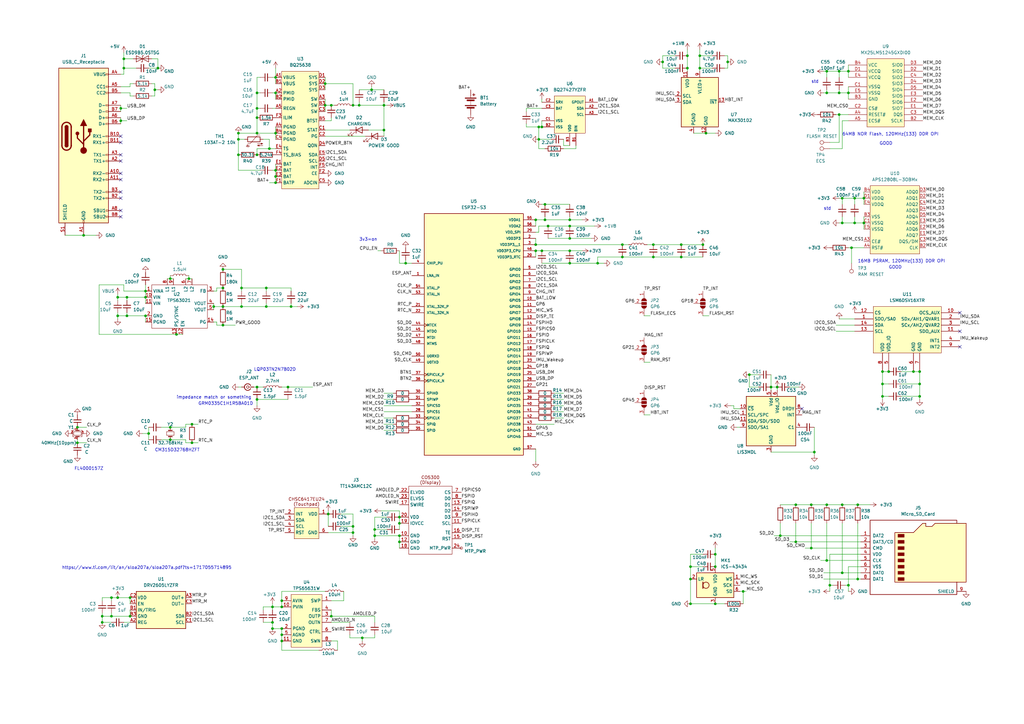
<source format=kicad_sch>
(kicad_sch (version 20230121) (generator eeschema)
  (paper "A3")
  (junction (at 670.56 154.94))
  (junction (at 255.27 105.41))
  (junction (at 115.57 257.81))
  (junction (at 105.41 63.5))
  (junction (at 561.34 71.12))
  (junction (at 60.96 177.8))
  (junction (at 520.7 36.83))
  (junction (at 41.91 252.73))
  (junction (at 594.36 31.75))
  (junction (at 529.59 34.29))
  (junction (at 97.79 57.15))
  (junction (at 339.09 207.01))
  (junction (at 326.39 222.25))
  (junction (at 233.68 90.17))
  (junction (at 562.61 83.82))
  (junction (at 219.71 100.33))
  (junction (at 605.79 86.36))
  (junction (at 163.83 222.25))
  (junction (at 50.8 24.13))
  (junction (at 589.28 36.83))
  (junction (at 77.47 114.3))
  (junction (at 222.25 102.87))
  (junction (at 361.95 162.56))
  (junction (at 568.96 66.04))
  (junction (at 626.11 139.7))
  (junction (at 345.44 207.01))
  (junction (at 157.48 43.18))
  (junction (at 349.25 101.6))
  (junction (at 293.37 227.33))
  (junction (at 670.56 139.7))
  (junction (at 53.34 245.11))
  (junction (at 481.33 33.02))
  (junction (at 78.74 181.61))
  (junction (at 105.41 38.1))
  (junction (at 105.41 54.61))
  (junction (at 134.62 210.82))
  (junction (at 91.44 118.11))
  (junction (at 115.57 260.35))
  (junction (at 166.37 107.95))
  (junction (at 377.19 152.4))
  (junction (at 157.48 53.34))
  (junction (at 105.41 44.45))
  (junction (at 561.34 81.28))
  (junction (at 69.85 114.3))
  (junction (at 538.48 33.02))
  (junction (at 41.91 255.27))
  (junction (at 298.45 25.4))
  (junction (at 153.67 219.71))
  (junction (at 374.65 152.4))
  (junction (at 50.8 27.94))
  (junction (at 59.69 129.54))
  (junction (at 31.75 181.61))
  (junction (at 87.63 125.73))
  (junction (at 110.49 60.96))
  (junction (at 34.29 96.52))
  (junction (at 148.59 261.62))
  (junction (at 283.21 237.49))
  (junction (at 339.09 38.1))
  (junction (at 340.36 240.03))
  (junction (at 113.03 31.75))
  (junction (at 271.78 25.4))
  (junction (at 115.57 246.38))
  (junction (at 31.75 175.26))
  (junction (at 344.17 38.1))
  (junction (at 97.79 63.5))
  (junction (at 345.44 91.44))
  (junction (at 670.56 119.38))
  (junction (at 347.98 38.1))
  (junction (at 49.53 44.45))
  (junction (at 59.69 121.92))
  (junction (at 219.71 90.17))
  (junction (at 118.11 158.75))
  (junction (at 326.39 207.01))
  (junction (at 119.38 125.73))
  (junction (at 293.37 232.41))
  (junction (at 344.17 46.99))
  (junction (at 334.01 185.42))
  (junction (at 361.95 152.4))
  (junction (at 345.44 234.95))
  (junction (at 670.56 129.54))
  (junction (at 670.56 165.1))
  (junction (at 163.83 219.71))
  (junction (at 267.97 100.33))
  (junction (at 52.07 129.54))
  (junction (at 144.78 215.9))
  (junction (at 222.25 52.07))
  (junction (at 115.57 248.92))
  (junction (at 344.17 29.21))
  (junction (at 332.74 207.01))
  (junction (at 233.68 102.87))
  (junction (at 233.68 107.95))
  (junction (at 48.26 121.92))
  (junction (at 105.41 48.26))
  (junction (at 565.15 82.55))
  (junction (at 255.27 100.33))
  (junction (at 49.53 49.53))
  (junction (at 279.4 105.41))
  (junction (at 607.06 31.75))
  (junction (at 69.85 180.34))
  (junction (at 377.19 162.56))
  (junction (at 354.33 91.44))
  (junction (at 109.22 118.11))
  (junction (at 144.78 218.44))
  (junction (at 605.79 81.28))
  (junction (at 223.52 83.82))
  (junction (at 316.23 158.75))
  (junction (at 48.26 129.54))
  (junction (at 287.02 22.86))
  (junction (at 147.32 43.18))
  (junction (at 350.52 91.44))
  (junction (at 351.79 237.49))
  (junction (at 626.11 86.36))
  (junction (at 670.56 124.46))
  (junction (at 347.98 29.21))
  (junction (at 496.57 88.9))
  (junction (at 364.49 152.4))
  (junction (at 52.07 121.92))
  (junction (at 135.89 43.18))
  (junction (at 287.02 27.94))
  (junction (at 617.22 81.28))
  (junction (at 69.85 175.26))
  (junction (at 152.4 36.83))
  (junction (at 576.58 88.9))
  (junction (at 111.76 257.81))
  (junction (at 361.95 157.48))
  (junction (at 289.56 54.61))
  (junction (at 347.98 240.03))
  (junction (at 113.03 69.85))
  (junction (at 99.06 125.73))
  (junction (at 109.22 125.73))
  (junction (at 153.67 217.17))
  (junction (at 577.85 78.74))
  (junction (at 219.71 102.87))
  (junction (at 283.21 232.41))
  (junction (at 636.27 81.28))
  (junction (at 670.56 160.02))
  (junction (at 105.41 158.75))
  (junction (at 626.11 81.28))
  (junction (at 529.59 39.37))
  (junction (at 63.5 36.83))
  (junction (at 111.76 248.92))
  (junction (at 64.77 27.94))
  (junction (at 577.85 73.66))
  (junction (at 538.48 40.64))
  (junction (at 577.85 71.12))
  (junction (at 59.69 119.38))
  (junction (at 281.94 27.94))
  (junction (at 78.74 173.99))
  (junction (at 91.44 110.49))
  (junction (at 97.79 54.61))
  (junction (at 506.73 88.9))
  (junction (at 339.09 229.87))
  (junction (at 115.57 262.89))
  (junction (at 48.26 245.11))
  (junction (at 133.35 34.29))
  (junction (at 332.74 224.79))
  (junction (at 617.22 86.36))
  (junction (at 223.52 90.17))
  (junction (at 267.97 105.41))
  (junction (at 113.03 72.39))
  (junction (at 318.77 158.75))
  (junction (at 670.56 149.86))
  (junction (at 345.44 81.28))
  (junction (at 163.83 212.09))
  (junction (at 350.52 81.28))
  (junction (at 279.4 100.33))
  (junction (at 670.56 144.78))
  (junction (at 163.83 214.63))
  (junction (at 304.8 242.57))
  (junction (at 113.03 38.1))
  (junction (at 377.19 157.48))
  (junction (at 568.96 73.66))
  (junction (at 224.79 92.71))
  (junction (at 135.89 252.73))
  (junction (at 245.11 107.95))
  (junction (at 91.44 133.35))
  (junction (at 45.72 252.73))
  (junction (at 113.03 74.93))
  (junction (at 307.34 153.67))
  (junction (at 111.76 255.27))
  (junction (at 45.72 245.11))
  (junction (at 281.94 22.86))
  (junction (at 220.98 52.07))
  (junction (at 91.44 125.73))
  (junction (at 99.06 118.11))
  (junction (at 594.36 36.83))
  (junction (at 233.68 97.79))
  (junction (at 133.35 43.18))
  (junction (at 351.79 207.01))
  (junction (at 53.34 252.73))
  (junction (at 283.21 247.65))
  (junction (at 354.33 81.28))
  (junction (at 320.04 219.71))
  (junction (at 105.41 163.83))
  (junction (at 577.85 66.04))
  (junction (at 113.03 54.61))
  (junction (at 593.09 81.28))
  (junction (at 220.98 57.15))
  (junction (at 144.78 43.18))
  (junction (at 288.29 100.33))
  (junction (at 670.56 134.62))
  (junction (at 481.33 26.67))
  (junction (at 233.68 92.71))
  (junction (at 72.39 137.16))
  (junction (at 339.09 29.21))
  (junction (at 293.37 247.65))
  (no_connect (at 49.53 88.9))
  (no_connect (at 49.53 63.5))
  (no_connect (at 328.93 167.64))
  (no_connect (at 49.53 66.04))
  (no_connect (at 393.7 142.24))
  (no_connect (at 393.7 135.89))
  (no_connect (at 393.7 128.27))
  (no_connect (at 49.53 81.28))
  (no_connect (at 49.53 86.36))
  (no_connect (at 49.53 55.88))
  (no_connect (at 49.53 73.66))
  (no_connect (at 49.53 78.74))
  (no_connect (at 49.53 58.42))
  (no_connect (at 586.74 73.66))
  (no_connect (at 49.53 71.12))
  (wire (pts (xy 152.4 36.83) (xy 157.48 36.83)))
  (wire (pts (xy 111.76 248.92) (xy 115.57 248.92)))
  (wire (pts (xy 292.1 22.86) (xy 287.02 22.86)))
  (wire (pts (xy 345.44 83.82) (xy 345.44 81.28)))
  (wire (pts (xy 109.22 124.46) (xy 109.22 125.73)))
  (wire (pts (xy 227.33 173.99) (xy 219.71 173.99)))
  (wire (pts (xy 271.78 22.86) (xy 271.78 25.4)))
  (wire (pts (xy 626.11 139.7) (xy 626.11 142.24)))
  (wire (pts (xy 568.96 71.12) (xy 577.85 71.12)))
  (wire (pts (xy 561.34 66.04) (xy 561.34 71.12)))
  (wire (pts (xy 105.41 38.1) (xy 105.41 31.75)))
  (wire (pts (xy 298.45 22.86) (xy 297.18 22.86)))
  (wire (pts (xy 105.41 38.1) (xy 106.68 38.1)))
  (wire (pts (xy 283.21 237.49) (xy 283.21 247.65)))
  (wire (pts (xy 220.98 52.07) (xy 222.25 52.07)))
  (wire (pts (xy 78.74 173.99) (xy 76.2 173.99)))
  (wire (pts (xy 219.71 97.79) (xy 219.71 100.33)))
  (wire (pts (xy 158.75 212.09) (xy 153.67 212.09)))
  (wire (pts (xy 222.25 83.82) (xy 223.52 83.82)))
  (wire (pts (xy 97.79 69.85) (xy 106.68 69.85)))
  (wire (pts (xy 48.26 130.81) (xy 48.26 129.54)))
  (wire (pts (xy 138.43 262.89) (xy 138.43 266.7)))
  (wire (pts (xy 134.62 209.55) (xy 134.62 210.82)))
  (wire (pts (xy 69.85 113.03) (xy 69.85 114.3)))
  (wire (pts (xy 293.37 247.65) (xy 283.21 247.65)))
  (wire (pts (xy 267.97 100.33) (xy 279.4 100.33)))
  (wire (pts (xy 118.11 158.75) (xy 128.27 158.75)))
  (wire (pts (xy 353.06 234.95) (xy 345.44 234.95)))
  (wire (pts (xy 158.75 43.18) (xy 157.48 43.18)))
  (wire (pts (xy 223.52 60.96) (xy 220.98 60.96)))
  (wire (pts (xy 344.17 36.83) (xy 344.17 38.1)))
  (wire (pts (xy 147.32 43.18) (xy 157.48 43.18)))
  (wire (pts (xy 353.06 232.41) (xy 347.98 232.41)))
  (wire (pts (xy 344.17 91.44) (xy 345.44 91.44)))
  (wire (pts (xy 298.45 27.94) (xy 298.45 25.4)))
  (wire (pts (xy 113.03 72.39) (xy 113.03 74.93)))
  (wire (pts (xy 53.34 38.1) (xy 49.53 38.1)))
  (wire (pts (xy 163.83 212.09) (xy 163.83 214.63)))
  (wire (pts (xy 99.06 125.73) (xy 91.44 125.73)))
  (wire (pts (xy 290.83 129.54) (xy 288.29 129.54)))
  (wire (pts (xy 133.35 49.53) (xy 135.89 49.53)))
  (wire (pts (xy 349.25 101.6) (xy 349.25 107.95)))
  (wire (pts (xy 568.96 73.66) (xy 577.85 73.66)))
  (wire (pts (xy 506.73 88.9) (xy 510.54 88.9)))
  (wire (pts (xy 99.06 118.11) (xy 109.22 118.11)))
  (wire (pts (xy 292.1 27.94) (xy 287.02 27.94)))
  (wire (pts (xy 105.41 54.61) (xy 113.03 54.61)))
  (wire (pts (xy 538.48 33.02) (xy 535.94 33.02)))
  (wire (pts (xy 283.21 232.41) (xy 283.21 237.49)))
  (wire (pts (xy 50.8 119.38) (xy 59.69 119.38)))
  (wire (pts (xy 166.37 107.95) (xy 168.91 107.95)))
  (wire (pts (xy 26.67 96.52) (xy 34.29 96.52)))
  (wire (pts (xy 323.85 222.25) (xy 326.39 222.25)))
  (wire (pts (xy 72.39 137.16) (xy 40.64 137.16)))
  (wire (pts (xy 139.7 210.82) (xy 144.78 210.82)))
  (wire (pts (xy 77.47 113.03) (xy 77.47 114.3)))
  (wire (pts (xy 99.06 110.49) (xy 99.06 118.11)))
  (wire (pts (xy 53.34 34.29) (xy 53.34 35.56)))
  (wire (pts (xy 347.98 38.1) (xy 347.98 40.64)))
  (wire (pts (xy 576.58 88.9) (xy 585.47 88.9)))
  (wire (pts (xy 281.94 27.94) (xy 281.94 29.21)))
  (wire (pts (xy 53.34 250.19) (xy 53.34 252.73)))
  (wire (pts (xy 163.83 209.55) (xy 163.83 212.09)))
  (wire (pts (xy 670.56 139.7) (xy 670.56 144.78)))
  (wire (pts (xy 264.16 170.18) (xy 266.7 170.18)))
  (wire (pts (xy 111.76 248.92) (xy 111.76 250.19)))
  (wire (pts (xy 267.97 105.41) (xy 279.4 105.41)))
  (wire (pts (xy 316.23 185.42) (xy 334.01 185.42)))
  (wire (pts (xy 64.77 24.13) (xy 64.77 27.94)))
  (wire (pts (xy 347.98 101.6) (xy 349.25 101.6)))
  (wire (pts (xy 345.44 60.96) (xy 345.44 49.53)))
  (wire (pts (xy 340.36 240.03) (xy 341.63 240.03)))
  (wire (pts (xy 105.41 163.83) (xy 105.41 166.37)))
  (wire (pts (xy 99.06 124.46) (xy 99.06 125.73)))
  (wire (pts (xy 157.48 41.91) (xy 157.48 43.18)))
  (wire (pts (xy 115.57 246.38) (xy 115.57 248.92)))
  (wire (pts (xy 302.26 175.26) (xy 303.53 175.26)))
  (wire (pts (xy 525.78 39.37) (xy 529.59 39.37)))
  (wire (pts (xy 63.5 34.29) (xy 62.23 34.29)))
  (wire (pts (xy 518.16 36.83) (xy 520.7 36.83)))
  (wire (pts (xy 215.9 50.8) (xy 215.9 52.07)))
  (wire (pts (xy 339.09 31.75) (xy 339.09 29.21)))
  (wire (pts (xy 326.39 214.63) (xy 326.39 222.25)))
  (wire (pts (xy 345.44 81.28) (xy 350.52 81.28)))
  (wire (pts (xy 356.87 207.01) (xy 351.79 207.01)))
  (wire (pts (xy 233.68 92.71) (xy 243.84 92.71)))
  (wire (pts (xy 154.94 102.87) (xy 156.21 102.87)))
  (wire (pts (xy 496.57 77.47) (xy 496.57 78.74)))
  (wire (pts (xy 223.52 88.9) (xy 223.52 90.17)))
  (wire (pts (xy 594.36 36.83) (xy 607.06 36.83)))
  (wire (pts (xy 115.57 257.81) (xy 115.57 260.35)))
  (wire (pts (xy 300.99 166.37) (xy 300.99 167.64)))
  (wire (pts (xy 52.07 121.92) (xy 52.07 123.19)))
  (wire (pts (xy 287.02 22.86) (xy 287.02 27.94)))
  (wire (pts (xy 52.07 128.27) (xy 52.07 129.54)))
  (wire (pts (xy 107.95 255.27) (xy 111.76 255.27)))
  (wire (pts (xy 276.86 22.86) (xy 271.78 22.86)))
  (wire (pts (xy 111.76 31.75) (xy 113.03 31.75)))
  (wire (pts (xy 589.28 31.75) (xy 594.36 31.75)))
  (wire (pts (xy 105.41 31.75) (xy 106.68 31.75)))
  (wire (pts (xy 293.37 227.33) (xy 293.37 232.41)))
  (wire (pts (xy 59.69 129.54) (xy 59.69 132.08)))
  (wire (pts (xy 670.56 149.86) (xy 670.56 154.94)))
  (wire (pts (xy 76.2 175.26) (xy 69.85 175.26)))
  (wire (pts (xy 215.9 52.07) (xy 220.98 52.07)))
  (wire (pts (xy 133.35 53.34) (xy 143.51 53.34)))
  (wire (pts (xy 561.34 81.28) (xy 593.09 81.28)))
  (wire (pts (xy 316.23 158.75) (xy 316.23 160.02)))
  (wire (pts (xy 298.45 25.4) (xy 298.45 22.86)))
  (wire (pts (xy 339.09 207.01) (xy 345.44 207.01)))
  (wire (pts (xy 107.95 248.92) (xy 107.95 250.19)))
  (wire (pts (xy 670.56 129.54) (xy 670.56 134.62)))
  (wire (pts (xy 156.21 209.55) (xy 163.83 209.55)))
  (wire (pts (xy 289.56 54.61) (xy 284.48 54.61)))
  (wire (pts (xy 115.57 260.35) (xy 115.57 262.89)))
  (wire (pts (xy 231.14 171.45) (xy 227.33 171.45)))
  (wire (pts (xy 339.09 29.21) (xy 344.17 29.21)))
  (wire (pts (xy 224.79 92.71) (xy 233.68 92.71)))
  (wire (pts (xy 231.14 163.83) (xy 227.33 163.83)))
  (wire (pts (xy 287.02 20.32) (xy 287.02 22.86)))
  (wire (pts (xy 281.94 20.32) (xy 281.94 22.86)))
  (wire (pts (xy 377.19 162.56) (xy 377.19 157.48)))
  (wire (pts (xy 157.48 163.83) (xy 161.29 163.83)))
  (wire (pts (xy 52.07 121.92) (xy 59.69 121.92)))
  (wire (pts (xy 565.15 88.9) (xy 565.15 87.63)))
  (wire (pts (xy 111.76 247.65) (xy 111.76 248.92)))
  (wire (pts (xy 222.25 49.53) (xy 222.25 52.07)))
  (wire (pts (xy 670.56 154.94) (xy 670.56 160.02)))
  (wire (pts (xy 233.68 90.17) (xy 238.76 90.17)))
  (wire (pts (xy 561.34 66.04) (xy 568.96 66.04)))
  (wire (pts (xy 577.85 71.12) (xy 586.74 71.12)))
  (wire (pts (xy 110.49 60.96) (xy 113.03 60.96)))
  (wire (pts (xy 135.89 49.53) (xy 135.89 48.26)))
  (wire (pts (xy 670.56 116.84) (xy 670.56 119.38)))
  (wire (pts (xy 538.48 40.64) (xy 535.94 40.64)))
  (wire (pts (xy 344.17 38.1) (xy 347.98 38.1)))
  (wire (pts (xy 109.22 125.73) (xy 99.06 125.73)))
  (wire (pts (xy 105.41 163.83) (xy 118.11 163.83)))
  (wire (pts (xy 58.42 177.8) (xy 60.96 177.8)))
  (wire (pts (xy 49.53 49.53) (xy 52.07 49.53)))
  (wire (pts (xy 147.32 41.91) (xy 147.32 43.18)))
  (wire (pts (xy 568.96 66.04) (xy 577.85 66.04)))
  (wire (pts (xy 541.02 40.64) (xy 538.48 40.64)))
  (wire (pts (xy 50.8 116.84) (xy 50.8 119.38)))
  (wire (pts (xy 231.14 60.96) (xy 236.22 60.96)))
  (wire (pts (xy 115.57 242.57) (xy 133.35 242.57)))
  (wire (pts (xy 350.52 88.9) (xy 350.52 91.44)))
  (wire (pts (xy 144.78 34.29) (xy 133.35 34.29)))
  (wire (pts (xy 109.22 118.11) (xy 109.22 119.38)))
  (wire (pts (xy 111.76 257.81) (xy 111.76 255.27)))
  (wire (pts (xy 506.73 87.63) (xy 506.73 88.9)))
  (wire (pts (xy 603.25 81.28) (xy 605.79 81.28)))
  (wire (pts (xy 45.72 255.27) (xy 41.91 255.27)))
  (wire (pts (xy 107.95 57.15) (xy 110.49 57.15)))
  (wire (pts (xy 219.71 100.33) (xy 255.27 100.33)))
  (wire (pts (xy 561.34 163.83) (xy 562.61 163.83)))
  (wire (pts (xy 266.7 129.54) (xy 264.16 129.54)))
  (wire (pts (xy 157.48 161.29) (xy 161.29 161.29)))
  (wire (pts (xy 481.33 33.02) (xy 481.33 31.75)))
  (wire (pts (xy 347.98 26.67) (xy 347.98 29.21)))
  (wire (pts (xy 48.26 121.92) (xy 52.07 121.92)))
  (wire (pts (xy 354.33 91.44) (xy 354.33 93.98)))
  (wire (pts (xy 247.65 107.95) (xy 245.11 107.95)))
  (wire (pts (xy 113.03 27.94) (xy 113.03 31.75)))
  (wire (pts (xy 76.2 173.99) (xy 76.2 175.26)))
  (wire (pts (xy 41.91 255.27) (xy 41.91 252.73)))
  (wire (pts (xy 111.76 44.45) (xy 113.03 44.45)))
  (wire (pts (xy 361.95 152.4) (xy 361.95 157.48)))
  (wire (pts (xy 589.28 36.83) (xy 594.36 36.83)))
  (wire (pts (xy 347.98 29.21) (xy 347.98 31.75)))
  (wire (pts (xy 135.89 43.18) (xy 133.35 43.18)))
  (wire (pts (xy 49.53 44.45) (xy 49.53 45.72)))
  (wire (pts (xy 153.67 261.62) (xy 153.67 260.35)))
  (wire (pts (xy 48.26 120.65) (xy 48.26 121.92)))
  (wire (pts (xy 361.95 152.4) (xy 364.49 152.4)))
  (wire (pts (xy 121.92 125.73) (xy 119.38 125.73)))
  (wire (pts (xy 586.74 66.04) (xy 577.85 66.04)))
  (wire (pts (xy 339.09 38.1) (xy 344.17 38.1)))
  (wire (pts (xy 49.53 44.45) (xy 52.07 44.45)))
  (wire (pts (xy 283.21 227.33) (xy 283.21 232.41)))
  (wire (pts (xy 49.53 48.26) (xy 49.53 49.53)))
  (wire (pts (xy 326.39 222.25) (xy 353.06 222.25)))
  (wire (pts (xy 45.72 245.11) (xy 45.72 246.38)))
  (wire (pts (xy 494.03 88.9) (xy 496.57 88.9)))
  (wire (pts (xy 563.88 76.2) (xy 561.34 76.2)))
  (wire (pts (xy 97.79 54.61) (xy 97.79 57.15)))
  (wire (pts (xy 605.79 86.36) (xy 617.22 86.36)))
  (wire (pts (xy 157.48 171.45) (xy 161.29 171.45)))
  (wire (pts (xy 339.09 214.63) (xy 339.09 229.87)))
  (wire (pts (xy 568.96 78.74) (xy 577.85 78.74)))
  (wire (pts (xy 54.61 34.29) (xy 53.34 34.29)))
  (wire (pts (xy 245.11 105.41) (xy 255.27 105.41)))
  (wire (pts (xy 219.71 102.87) (xy 222.25 102.87)))
  (wire (pts (xy 334.01 186.69) (xy 334.01 185.42)))
  (wire (pts (xy 344.17 29.21) (xy 347.98 29.21)))
  (wire (pts (xy 133.35 40.64) (xy 133.35 43.18)))
  (wire (pts (xy 105.41 48.26) (xy 105.41 54.61)))
  (wire (pts (xy 59.69 129.54) (xy 52.07 129.54)))
  (wire (pts (xy 364.49 162.56) (xy 361.95 162.56)))
  (wire (pts (xy 53.34 35.56) (xy 49.53 35.56)))
  (wire (pts (xy 157.48 176.53) (xy 161.29 176.53)))
  (wire (pts (xy 340.36 227.33) (xy 340.36 240.03)))
  (wire (pts (xy 97.79 54.61) (xy 105.41 54.61)))
  (wire (pts (xy 593.09 81.28) (xy 595.63 81.28)))
  (wire (pts (xy 50.8 27.94) (xy 55.88 27.94)))
  (wire (pts (xy 354.33 78.74) (xy 354.33 81.28)))
  (wire (pts (xy 339.09 36.83) (xy 339.09 38.1)))
  (wire (pts (xy 231.14 168.91) (xy 227.33 168.91)))
  (wire (pts (xy 255.27 100.33) (xy 257.81 100.33)))
  (wire (pts (xy 504.19 88.9) (xy 506.73 88.9)))
  (wire (pts (xy 64.77 36.83) (xy 63.5 36.83)))
  (wire (pts (xy 52.07 129.54) (xy 48.26 129.54)))
  (wire (pts (xy 340.36 60.96) (xy 345.44 60.96)))
  (wire (pts (xy 219.71 189.23) (xy 219.71 184.15)))
  (wire (pts (xy 345.44 91.44) (xy 350.52 91.44)))
  (wire (pts (xy 113.03 67.31) (xy 113.03 69.85)))
  (wire (pts (xy 565.15 82.55) (xy 576.58 82.55)))
  (wire (pts (xy 107.95 158.75) (xy 105.41 158.75)))
  (wire (pts (xy 77.47 114.3) (xy 78.74 114.3)))
  (wire (pts (xy 157.48 53.34) (xy 157.48 55.88)))
  (wire (pts (xy 39.37 96.52) (xy 34.29 96.52)))
  (wire (pts (xy 88.9 132.08) (xy 88.9 133.35)))
  (wire (pts (xy 53.34 39.37) (xy 53.34 38.1)))
  (wire (pts (xy 97.79 57.15) (xy 97.79 63.5)))
  (wire (pts (xy 279.4 105.41) (xy 288.29 105.41)))
  (wire (pts (xy 68.58 114.3) (xy 69.85 114.3)))
  (wire (pts (xy 143.51 261.62) (xy 143.51 260.35)))
  (wire (pts (xy 354.33 81.28) (xy 354.33 83.82)))
  (wire (pts (xy 222.25 107.95) (xy 233.68 107.95)))
  (wire (pts (xy 317.5 219.71) (xy 320.04 219.71)))
  (wire (pts (xy 215.9 45.72) (xy 215.9 44.45)))
  (wire (pts (xy 163.83 214.63) (xy 163.83 217.17)))
  (wire (pts (xy 69.85 114.3) (xy 71.12 114.3)))
  (wire (pts (xy 87.63 119.38) (xy 88.9 119.38)))
  (wire (pts (xy 78.74 181.61) (xy 76.2 181.61)))
  (wire (pts (xy 87.63 132.08) (xy 88.9 132.08)))
  (wire (pts (xy 589.28 38.1) (xy 589.28 36.83)))
  (wire (pts (xy 369.57 157.48) (xy 377.19 157.48)))
  (wire (pts (xy 107.95 248.92) (xy 111.76 248.92)))
  (wire (pts (xy 326.39 207.01) (xy 332.74 207.01)))
  (wire (pts (xy 340.36 58.42) (xy 344.17 58.42)))
  (wire (pts (xy 143.51 261.62) (xy 148.59 261.62)))
  (wire (pts (xy 337.82 234.95) (xy 345.44 234.95)))
  (wire (pts (xy 88.9 119.38) (xy 88.9 118.11)))
  (wire (pts (xy 626.11 137.16) (xy 626.11 139.7)))
  (wire (pts (xy 31.75 181.61) (xy 31.75 180.34)))
  (wire (pts (xy 220.98 95.25) (xy 220.98 92.71)))
  (wire (pts (xy 369.57 152.4) (xy 374.65 152.4)))
  (wire (pts (xy 621.03 153.67) (xy 621.03 154.94)))
  (wire (pts (xy 345.44 214.63) (xy 345.44 234.95)))
  (wire (pts (xy 287.02 27.94) (xy 287.02 29.21)))
  (wire (pts (xy 63.5 34.29) (xy 63.5 36.83)))
  (wire (pts (xy 163.83 107.95) (xy 166.37 107.95)))
  (wire (pts (xy 222.25 102.87) (xy 233.68 102.87)))
  (wire (pts (xy 74.93 137.16) (xy 72.39 137.16)))
  (wire (pts (xy 48.26 129.54) (xy 48.26 128.27)))
  (wire (pts (xy 320.04 207.01) (xy 326.39 207.01)))
  (wire (pts (xy 62.23 24.13) (xy 64.77 24.13)))
  (wire (pts (xy 265.43 100.33) (xy 267.97 100.33)))
  (wire (pts (xy 576.58 88.9) (xy 576.58 87.63)))
  (wire (pts (xy 222.25 40.64) (xy 222.25 41.91)))
  (wire (pts (xy 66.04 180.34) (xy 69.85 180.34)))
  (wire (pts (xy 541.02 33.02) (xy 538.48 33.02)))
  (wire (pts (xy 104.14 158.75) (xy 105.41 158.75)))
  (wire (pts (xy 144.78 43.18) (xy 144.78 34.29)))
  (wire (pts (xy 670.56 144.78) (xy 670.56 149.86)))
  (wire (pts (xy 307.34 158.75) (xy 311.15 158.75)))
  (wire (pts (xy 271.78 25.4) (xy 271.78 27.94)))
  (wire (pts (xy 63.5 39.37) (xy 62.23 39.37)))
  (wire (pts (xy 307.34 153.67) (xy 307.34 158.75)))
  (wire (pts (xy 50.8 24.13) (xy 54.61 24.13)))
  (wire (pts (xy 147.32 43.18) (xy 144.78 43.18)))
  (wire (pts (xy 344.17 46.99) (xy 342.9 46.99)))
  (wire (pts (xy 231.14 161.29) (xy 227.33 161.29)))
  (wire (pts (xy 525.78 34.29) (xy 529.59 34.29)))
  (wire (pts (xy 297.18 27.94) (xy 298.45 27.94)))
  (wire (pts (xy 163.83 219.71) (xy 163.83 222.25)))
  (wire (pts (xy 144.78 210.82) (xy 144.78 215.9)))
  (wire (pts (xy 139.7 215.9) (xy 144.78 215.9)))
  (wire (pts (xy 563.88 73.66) (xy 568.96 73.66)))
  (wire (pts (xy 45.72 251.46) (xy 45.72 252.73)))
  (wire (pts (xy 281.94 22.86) (xy 281.94 27.94)))
  (wire (pts (xy 59.69 119.38) (xy 59.69 121.92)))
  (wire (pts (xy 561.34 163.83) (xy 561.34 160.02)))
  (wire (pts (xy 336.55 229.87) (xy 339.09 229.87)))
  (wire (pts (xy 316.23 153.67) (xy 316.23 158.75)))
  (wire (pts (xy 153.67 252.73) (xy 153.67 255.27)))
  (wire (pts (xy 345.44 88.9) (xy 345.44 91.44)))
  (wire (pts (xy 76.2 180.34) (xy 69.85 180.34)))
  (wire (pts (xy 99.06 119.38) (xy 99.06 118.11)))
  (wire (pts (xy 236.22 60.96) (xy 236.22 59.69)))
  (wire (pts (xy 135.89 255.27) (xy 143.51 255.27)))
  (wire (pts (xy 147.32 36.83) (xy 152.4 36.83)))
  (wire (pts (xy 351.79 214.63) (xy 351.79 237.49)))
  (wire (pts (xy 293.37 54.61) (xy 289.56 54.61)))
  (wire (pts (xy 316.23 158.75) (xy 318.77 158.75)))
  (wire (pts (xy 105.41 63.5) (xy 105.41 60.96)))
  (wire (pts (xy 119.38 124.46) (xy 119.38 125.73)))
  (wire (pts (xy 110.49 74.93) (xy 113.03 74.93)))
  (wire (pts (xy 59.69 121.92) (xy 59.69 124.46)))
  (wire (pts (xy 332.74 207.01) (xy 339.09 207.01)))
  (wire (pts (xy 565.15 88.9) (xy 576.58 88.9)))
  (wire (pts (xy 299.72 166.37) (xy 300.99 166.37)))
  (wire (pts (xy 153.67 212.09) (xy 153.67 217.17)))
  (wire (pts (xy 344.17 130.81) (xy 350.52 130.81)))
  (wire (pts (xy 349.25 101.6) (xy 354.33 101.6)))
  (wire (pts (xy 109.22 118.11) (xy 119.38 118.11)))
  (wire (pts (xy 41.91 252.73) (xy 45.72 252.73)))
  (wire (pts (xy 113.03 52.07) (xy 113.03 54.61)))
  (wire (pts (xy 49.53 49.53) (xy 49.53 50.8)))
  (wire (pts (xy 50.8 21.59) (xy 50.8 24.13)))
  (wire (pts (xy 54.61 39.37) (xy 53.34 39.37)))
  (wire (pts (xy 87.63 125.73) (xy 91.44 125.73)))
  (wire (pts (xy 40.64 137.16) (xy 40.64 116.84)))
  (wire (pts (xy 163.83 219.71) (xy 153.67 219.71)))
  (wire (pts (xy 220.98 57.15) (xy 226.06 57.15)))
  (wire (pts (xy 133.35 43.18) (xy 133.35 45.72)))
  (wire (pts (xy 35.56 175.26) (xy 31.75 175.26)))
  (wire (pts (xy 76.2 114.3) (xy 77.47 114.3)))
  (wire (pts (xy 304.8 242.57) (xy 304.8 247.65)))
  (wire (pts (xy 144.78 218.44) (xy 144.78 219.71)))
  (wire (pts (xy 223.52 90.17) (xy 219.71 90.17)))
  (wire (pts (xy 351.79 237.49) (xy 337.82 237.49)))
  (wire (pts (xy 223.52 90.17) (xy 233.68 90.17)))
  (wire (pts (xy 119.38 118.11) (xy 119.38 119.38)))
  (wire (pts (xy 344.17 31.75) (xy 344.17 29.21)))
  (wire (pts (xy 219.71 105.41) (xy 219.71 102.87)))
  (wire (pts (xy 113.03 69.85) (xy 113.03 72.39)))
  (wire (pts (xy 231.14 59.69) (xy 233.68 59.69)))
  (wire (pts (xy 496.57 86.36) (xy 496.57 88.9)))
  (wire (pts (xy 81.28 181.61) (xy 78.74 181.61)))
  (wire (pts (xy 97.79 63.5) (xy 97.79 69.85)))
  (wire (pts (xy 41.91 251.46) (xy 41.91 252.73)))
  (wire (pts (xy 670.56 165.1) (xy 670.56 170.18)))
  (wire (pts (xy 670.56 160.02) (xy 670.56 165.1)))
  (wire (pts (xy 561.34 86.36) (xy 562.61 86.36)))
  (wire (pts (xy 520.7 36.83) (xy 520.7 39.37)))
  (wire (pts (xy 670.56 124.46) (xy 670.56 119.38)))
  (wire (pts (xy 520.7 34.29) (xy 520.7 36.83)))
  (wire (pts (xy 535.94 39.37) (xy 529.59 39.37)))
  (wire (pts (xy 134.62 218.44) (xy 144.78 218.44)))
  (wire (pts (xy 304.8 242.57) (xy 306.07 242.57)))
  (wire (pts (xy 219.71 90.17) (xy 219.71 92.71)))
  (wire (pts (xy 157.48 166.37) (xy 168.91 166.37)))
  (wire (pts (xy 45.72 252.73) (xy 53.34 252.73)))
  (wire (pts (xy 63.5 36.83) (xy 63.5 39.37)))
  (wire (pts (xy 342.9 135.89) (xy 350.52 135.89)))
  (wire (pts (xy 311.15 153.67) (xy 307.34 153.67)))
  (wire (pts (xy 53.34 245.11) (xy 53.34 247.65)))
  (wire (pts (xy 561.34 170.18) (xy 561.34 165.1)))
  (wire (pts (xy 344.17 46.99) (xy 344.17 58.42)))
  (wire (pts (xy 233.68 88.9) (xy 233.68 90.17)))
  (wire (pts (xy 535.94 33.02) (xy 535.94 34.29)))
  (wire (pts (xy 233.68 102.87) (xy 238.76 102.87)))
  (wire (pts (xy 350.52 83.82) (xy 350.52 81.28)))
  (wire (pts (xy 535.94 34.29) (xy 529.59 34.29)))
  (wire (pts (xy 50.8 27.94) (xy 50.8 30.48)))
  (wire (pts (xy 153.67 217.17) (xy 153.67 219.71)))
  (wire (pts (xy 215.9 44.45) (xy 222.25 44.45)))
  (wire (pts (xy 130.81 266.7) (xy 115.57 266.7)))
  (wire (pts (xy 535.94 40.64) (xy 535.94 39.37)))
  (wire (pts (xy 596.9 31.75) (xy 594.36 31.75)))
  (wire (pts (xy 617.22 86.36) (xy 626.11 86.36)))
  (wire (pts (xy 318.77 158.75) (xy 318.77 160.02)))
  (wire (pts (xy 330.2 224.79) (xy 332.74 224.79)))
  (wire (pts (xy 157.48 43.18) (xy 157.48 53.34)))
  (wire (pts (xy 60.96 177.8) (xy 60.96 180.34)))
  (wire (pts (xy 119.38 125.73) (xy 109.22 125.73)))
  (wire (pts (xy 50.8 24.13) (xy 50.8 27.94)))
  (wire (pts (xy 577.85 78.74) (xy 586.74 78.74)))
  (wire (pts (xy 45.72 245.11) (xy 48.26 245.11)))
  (wire (pts (xy 41.91 245.11) (xy 45.72 245.11)))
  (wire (pts (xy 353.06 227.33) (xy 340.36 227.33)))
  (wire (pts (xy 166.37 106.68) (xy 166.37 107.95)))
  (wire (pts (xy 110.49 57.15) (xy 110.49 60.96)))
  (wire (pts (xy 223.52 83.82) (xy 233.68 83.82)))
  (wire (pts (xy 670.56 134.62) (xy 670.56 139.7)))
  (wire (pts (xy 115.57 266.7) (xy 115.57 262.89)))
  (wire (pts (xy 300.99 167.64) (xy 303.53 167.64)))
  (wire (pts (xy 626.11 86.36) (xy 636.27 86.36)))
  (wire (pts (xy 561.34 83.82) (xy 562.61 83.82)))
  (wire (pts (xy 626.11 81.28) (xy 636.27 81.28)))
  (wire (pts (xy 144.78 215.9) (xy 144.78 218.44)))
  (wire (pts (xy 50.8 30.48) (xy 49.53 30.48)))
  (wire (pts (xy 605.79 81.28) (xy 617.22 81.28)))
  (wire (pts (xy 561.34 78.74) (xy 561.34 81.28)))
  (wire (pts (xy 231.14 166.37) (xy 227.33 166.37)))
  (wire (pts (xy 562.61 82.55) (xy 565.15 82.55)))
  (wire (pts (xy 81.28 173.99) (xy 78.74 173.99)))
  (wire (pts (xy 105.41 60.96) (xy 110.49 60.96)))
  (wire (pts (xy 353.06 237.49) (xy 351.79 237.49)))
  (wire (pts (xy 670.56 124.46) (xy 670.56 129.54)))
  (wire (pts (xy 60.96 175.26) (xy 60.96 177.8)))
  (wire (pts (xy 133.35 55.88) (xy 149.86 55.88)))
  (wire (pts (xy 361.95 162.56) (xy 361.95 163.83)))
  (wire (pts (xy 233.68 107.95) (xy 245.11 107.95)))
  (wire (pts (xy 377.19 163.83) (xy 377.19 162.56)))
  (wire (pts (xy 347.98 232.41) (xy 347.98 240.03)))
  (wire (pts (xy 91.44 110.49) (xy 99.06 110.49)))
  (wire (pts (xy 151.13 53.34) (xy 157.48 53.34)))
  (wire (pts (xy 115.57 242.57) (xy 115.57 246.38)))
  (wire (pts (xy 303.53 242.57) (xy 304.8 242.57)))
  (wire (pts (xy 293.37 224.79) (xy 293.37 227.33)))
  (wire (pts (xy 593.09 86.36) (xy 605.79 86.36)))
  (wire (pts (xy 113.03 38.1) (xy 113.03 40.64)))
  (wire (pts (xy 220.98 57.15) (xy 220.98 52.07)))
  (wire (pts (xy 163.83 102.87) (xy 163.83 107.95)))
  (wire (pts (xy 88.9 133.35) (xy 91.44 133.35)))
  (wire (pts (xy 111.76 69.85) (xy 113.03 69.85)))
  (wire (pts (xy 59.69 116.84) (xy 59.69 119.38)))
  (wire (pts (xy 374.65 152.4) (xy 377.19 152.4)))
  (wire (pts (xy 220.98 60.96) (xy 220.98 57.15)))
  (wire (pts (xy 288.29 227.33) (xy 283.21 227.33)))
  (wire (pts (xy 271.78 27.94) (xy 276.86 27.94)))
  (wire (pts (xy 344.17 46.99) (xy 347.98 46.99)))
  (wire (pts (xy 133.35 34.29) (xy 133.35 36.83)))
  (wire (pts (xy 88.9 118.11) (xy 91.44 118.11)))
  (wire (pts (xy 340.36 240.03) (xy 340.36 242.57)))
  (wire (pts (xy 612.14 113.03) (xy 614.68 113.03)))
  (wire (pts (xy 105.41 44.45) (xy 106.68 44.45)))
  (wire (pts (xy 105.41 38.1) (xy 105.41 44.45)))
  (wire (pts (xy 347.98 35.56) (xy 347.98 38.1)))
  (wire (pts (xy 134.62 210.82) (xy 134.62 215.9)))
  (wire (pts (xy 31.75 181.61) (xy 35.56 181.61)))
  (wire (pts (xy 361.95 157.48) (xy 361.95 162.56)))
  (wire (pts (xy 87.63 125.73) (xy 87.63 127)))
  (wire (pts (xy 157.48 173.99) (xy 161.29 173.99)))
  (wire (pts (xy 133.35 31.75) (xy 133.35 34.29)))
  (wire (pts (xy 135.89 262.89) (xy 138.43 262.89)))
  (wire (pts (xy 111.76 38.1) (xy 113.03 38.1)))
  (wire (pts (xy 334.01 185.42) (xy 334.01 175.26)))
  (wire (pts (xy 48.26 121.92) (xy 48.26 123.19)))
  (wire (pts (xy 97.79 57.15) (xy 100.33 57.15)))
  (wire (pts (xy 163.83 222.25) (xy 163.83 224.79)))
  (wire (pts (xy 224.79 97.79) (xy 233.68 97.79)))
  (wire (pts (xy 361.95 157.48) (xy 364.49 157.48)))
  (wire (pts (xy 158.75 217.17) (xy 153.67 217.17)))
  (wire (pts (xy 354.33 88.9) (xy 354.33 91.44)))
  (wire (pts (xy 288.29 232.41) (xy 283.21 232.41)))
  (wire (pts (xy 48.26 245.11) (xy 53.34 245.11)))
  (wire (pts (xy 345.44 207.01) (xy 351.79 207.01)))
  (wire (pts (xy 604.52 31.75) (xy 607.06 31.75)))
  (wire (pts (xy 293.37 247.65) (xy 297.18 247.65)))
  (wire (pts (xy 40.64 116.84) (xy 50.8 116.84)))
  (wire (pts (xy 219.71 95.25) (xy 220.98 95.25)))
  (wire (pts (xy 332.74 214.63) (xy 332.74 224.79)))
  (wire (pts (xy 339.09 229.87) (xy 353.06 229.87)))
  (wire (pts (xy 115.57 257.81) (xy 111.76 257.81)))
  (wire (pts (xy 323.85 158.75) (xy 327.66 158.75)))
  (wire (pts (xy 97.79 158.75) (xy 99.06 158.75)))
  (wire (pts (xy 320.04 219.71) (xy 353.06 219.71)))
  (wire (pts (xy 137.16 43.18) (xy 135.89 43.18)))
  (wire (pts (xy 152.4 36.83) (xy 152.4 35.56)))
  (wire (pts (xy 255.27 105.41) (xy 267.97 105.41)))
  (wire (pts (xy 337.82 29.21) (xy 339.09 29.21)))
  (wire (pts (xy 113.03 54.61) (xy 113.03 57.15)))
  (wire (pts (xy 562.61 83.82) (xy 562.61 82.55)))
  (wire (pts (xy 50.8 255.27) (xy 53.34 255.27)))
  (wire (pts (xy 135.89 252.73) (xy 153.67 252.73)))
  (wire (pts (xy 115.57 158.75) (xy 118.11 158.75)))
  (wire (pts (xy 320.04 214.63) (xy 320.04 219.71)))
  (wire (pts (xy 66.04 175.26) (xy 69.85 175.26)))
  (wire (pts (xy 153.67 219.71) (xy 153.67 220.98)))
  (wire (pts (xy 266.7 148.59) (xy 264.16 148.59)))
  (wire (pts (xy 617.22 81.28) (xy 626.11 81.28)))
  (wire (pts (xy 140.97 246.38) (xy 140.97 242.57)))
  (wire (pts (xy 586.74 73.66) (xy 577.85 73.66)))
  (wire (pts (xy 377.19 157.48) (xy 377.19 152.4)))
  (wire (pts (xy 332.74 224.79) (xy 353.06 224.79)))
  (wire (pts (xy 561.34 71.12) (xy 561.34 73.66)))
  (wire (pts (xy 337.82 38.1) (xy 339.09 38.1)))
  (wire (pts (xy 231.14 57.15) (xy 231.14 59.69)))
  (wire (pts (xy 279.4 100.33) (xy 288.29 100.33)))
  (wire (pts (xy 562.61 86.36) (xy 562.61 83.82)))
  (wire (pts (xy 157.48 168.91) (xy 168.91 168.91)))
  (wire (pts (xy 148.59 261.62) (xy 153.67 261.62)))
  (wire (pts (xy 607.06 31.75) (xy 617.22 31.75)))
  (wire (pts (xy 563.88 73.66) (xy 563.88 76.2)))
  (wire (pts (xy 369.57 162.56) (xy 377.19 162.56)))
  (wire (pts (xy 105.41 44.45) (xy 105.41 48.26)))
  (wire (pts (xy 87.63 124.46) (xy 87.63 125.73)))
  (wire (pts (xy 481.33 33.02) (xy 485.14 33.02)))
  (wire (pts (xy 346.71 240.03) (xy 347.98 240.03)))
  (wire (pts (xy 135.89 250.19) (xy 135.89 252.73)))
  (wire (pts (xy 342.9 133.35) (xy 350.52 133.35)))
  (wire (pts (xy 350.52 81.28) (xy 354.33 81.28)))
  (wire (pts (xy 41.91 245.11) (xy 41.91 246.38)))
  (wire (pts (xy 148.59 261.62) (xy 148.59 262.89)))
  (wire (pts (xy 245.11 105.41) (xy 245.11 107.95)))
  (wire (pts (xy 135.89 246.38) (xy 140.97 246.38)))
  (wire (pts (xy 96.52 133.35) (xy 91.44 133.35)))
  (wire (pts (xy 76.2 181.61) (xy 76.2 180.34)))
  (wire (pts (xy 485.14 26.67) (xy 481.33 26.67)))
  (wire (pts (xy 64.77 27.94) (xy 60.96 27.94)))
  (wire (pts (xy 242.57 97.79) (xy 233.68 97.79)))
  (wire (pts (xy 49.53 43.18) (xy 49.53 44.45)))
  (wire (pts (xy 220.98 92.71) (xy 224.79 92.71)))
  (wire (pts (xy 345.44 49.53) (xy 347.98 49.53)))
  (wire (pts (xy 113.03 31.75) (xy 113.03 34.29)))
  (wire (pts (xy 350.52 91.44) (xy 354.33 91.44)))
  (wire (pts (xy 344.17 81.28) (xy 345.44 81.28)))
  (wire (pts (xy 347.98 240.03) (xy 347.98 242.57)))
  (text "impedance match or something" (at 72.39 163.83 0) (effects (font (size 1.27 1.27)) (justify left bottom)))
  (text "400kHz" (at 646.43 142.24 0) (effects (font (size 1.27 1.27)) (justify left bottom)))
  (text "CM315D32768HZFT" (at 523.24 44.45 0) (effects (font (size 1.27 1.27)) (justify left bottom)))
  (text "CM315D32768HZFT" (at 63.5 185.42 0) (effects (font (size 1.27 1.27)) (justify left bottom)))
  (text "GOOD" (at 360.68 59.69 0) (effects (font (size 1.27 1.27)) (justify left bottom)))
  (text "GRM0335C1H1R5BA01D" (at 81.28 166.37 0) (effects (font (size 1.27 1.27)) (justify left bottom)))
  (text "gp44\ngp43" (at 521.97 129.54 0) (effects (font (size 1.27 1.27)) (justify left bottom)))
  (text "recalculate R for 0 1 imu" (at 673.1 133.35 0) (effects (font (size 1.27 1.27)) (justify left bottom)))
  (text "std" (at 332.74 34.29 0) (effects (font (size 1.27 1.27)) (justify left bottom)))
  (text "GRM0335C1H1R5BA01D" (at 598.17 39.37 0) (effects (font (size 1.27 1.27)) (justify left bottom)))
  (text "1MHz" (at 647.7 121.92 0) (effects (font (size 1.27 1.27)) (justify left bottom)))
  (text "64MB NOR Flash, 120MHz(133) DDR OPI" (at 345.44 55.88 0) (effects (font (size 1.27 1.27)) (justify left bottom)))
  (text "FL4000157Z" (at 480.06 44.45 0) (effects (font (size 1.27 1.27)) (justify left bottom)))
  (text "GOOD" (at 364.49 110.49 0) (effects (font (size 1.27 1.27)) (justify left bottom)))
  (text "400kHz" (at 646.43 132.08 0) (effects (font (size 1.27 1.27)) (justify left bottom)))
  (text "3v3=on" (at 147.32 99.06 0) (effects (font (size 1.27 1.27)) (justify left bottom)))
  (text "std" (at 337.82 86.36 0) (effects (font (size 1.27 1.27)) (justify left bottom)))
  (text "https://www.ti.com/lit/an/sloa207a/sloa207a.pdf?ts=1717055714895" (at 25.4 233.68 0) (effects (font (size 1.27 1.27)) (justify left bottom)))
  (text "LQP03TN2N7B02D" (at 104.14 152.4 0) (effects (font (size 1.27 1.27)) (justify left bottom)))
  (text "LQP03TN2N7B02D" (at 593.09 25.4 0) (effects (font (size 1.27 1.27)) (justify left bottom)))
  (text "FL4000157Z" (at 30.48 193.04 0) (effects (font (size 1.27 1.27)) (justify left bottom)))
  (text "16MB PSRAM, 120MHz(133) DDR OPI" (at 351.79 107.95 0) (effects (font (size 1.27 1.27)) (justify left bottom)))
  (label "MEM_D5" (at 231.14 163.83 0))
  (label "CLK_P" (at 510.54 99.06 180))
  (label "I2C1_SDA" (at 116.84 213.36 180))
  (label "CLK_N" (at 485.14 33.02 0))
  (label "FSPICS0" (at 189.23 201.93 0))
  (label "MEM_CS1" (at 157.48 168.91 180))
  (label "CHG_INT" (at 133.35 68.58 0))
  (label "MEM_D4" (at 582.93 142.24 0))
  (label "FSPIWP" (at 582.93 127 0))
  (label "I2C0_SDA" (at 219.71 113.03 0))
  (label "SD_D3" (at 168.91 140.97 180))
  (label "MEM_CLK" (at 157.48 171.45 180))
  (label "MIC_SCK" (at 303.53 240.03 0))
  (label "USB_DM" (at 561.34 134.62 0))
  (label "I2C0_SCL" (at 561.34 91.44 0))
  (label "TP_INT" (at 582.93 132.08 0))
  (label "MAG_INT" (at 328.93 170.18 0))
  (label "MEM_D3" (at 157.48 161.29 180))
  (label "POWER_BTN" (at 621.03 157.48 180))
  (label "MEM_D5" (at 379.73 91.44 0))
  (label "BTN2" (at 168.91 156.21 180))
  (label "SD_D0" (at 497.84 115.57 180))
  (label "CPU_RST" (at 637.54 99.06 180))
  (label "GP21" (at 260.35 143.51 180))
  (label "MEM_D7" (at 582.93 149.86 0))
  (label "BTN2" (at 621.03 165.1 180))
  (label "USB_DP" (at 52.07 49.53 0))
  (label "FSPIHD" (at 582.93 114.3 0))
  (label "MIC_SD" (at 582.93 160.02 0))
  (label "BTN1" (at 621.03 162.56 180))
  (label "USB_DP" (at 561.34 137.16 0))
  (label "DISP_RST" (at 189.23 220.98 0))
  (label "RTC_P" (at 510.54 106.68 180))
  (label "I2C1_SCL" (at 116.84 215.9 180))
  (label "FSPID" (at 189.23 204.47 0))
  (label "FSPIWP" (at 189.23 209.55 0))
  (label "BTN1" (at 561.34 157.48 0))
  (label "GP45" (at 260.35 165.1 180))
  (label "AMOLED_N" (at 135.89 255.27 0))
  (label "TP_RST" (at 116.84 218.44 180))
  (label "MEM_D1" (at 378.46 29.21 0))
  (label "MEM_D1" (at 499.11 154.94 180))
  (label "GP46" (at 615.95 142.24 180))
  (label "SD_D1" (at 168.91 135.89 180))
  (label "MEM_D5" (at 378.46 39.37 0))
  (label "I2C1_SCL" (at 245.11 46.99 0))
  (label "SWIRE" (at 163.83 207.01 180))
  (label "MIC_WS" (at 582.93 109.22 0))
  (label "ESP_ANT" (at 510.54 93.98 180))
  (label "GP18" (at 284.48 124.46 180))
  (label "GP18" (at 219.71 151.13 0))
  (label "CLK_P" (at 168.91 118.11 180))
  (label "MEM_CLK" (at 379.73 101.6 0))
  (label "MIC_SD" (at 306.07 242.57 0))
  (label "TP_INT" (at 116.84 210.82 180))
  (label "BAT+" (at 220.98 44.45 180))
  (label "FLASH_RST" (at 290.83 129.54 0))
  (label "MIC_WS" (at 303.53 237.49 0))
  (label "IMU_SDA" (at 303.53 172.72 180))
  (label "CPU_EN" (at 154.94 102.87 180))
  (label "IMU_SDA" (at 393.7 130.81 0))
  (label "MEM_DQS" (at 378.46 46.99 0))
  (label "MEM_DQS" (at 379.73 99.06 0))
  (label "SWIRE" (at 135.89 259.08 0))
  (label "MEM_D3" (at 499.11 142.24 180))
  (label "HBT_INT" (at 614.68 113.03 0))
  (label "MEM_D7" (at 231.14 168.91 0))
  (label "FSPIQ" (at 582.93 124.46 0))
  (label "HBT_INT" (at 266.7 170.18 0))
  (label "SD_D0" (at 168.91 133.35 180))
  (label "MEM_D6" (at 231.14 166.37 0))
  (label "MIC_SD" (at 219.71 179.07 0))
  (label "BAT+" (at 110.49 74.93 180))
  (label "BAT+" (at 193.04 36.83 180))
  (label "I2C0_SDA" (at 662.94 119.38 180))
  (label "MEM_D6" (at 378.46 41.91 0))
  (label "AMOLED_N" (at 163.83 204.47 180))
  (label "MEM_CLK" (at 378.46 49.53 0))
  (label "RTC_P" (at 541.02 33.02 0))
  (label "IMU_SCL" (at 662.94 144.78 180))
  (label "I2C1_SDA" (at 662.94 129.54 180))
  (label "CLK_N" (at 35.56 181.61 0))
  (label "DISP_TE" (at 582.93 111.76 0))
  (label "FSPIHD" (at 189.23 212.09 0))
  (label "BAT_LOW" (at 219.71 123.19 0))
  (label "POWER_BTN" (at 133.35 59.69 0))
  (label "MEM_DQS" (at 231.14 171.45 0))
  (label "FSPICLK" (at 582.93 121.92 0))
  (label "SD_D2" (at 497.84 120.65 180))
  (label "IMU_SDA" (at 276.86 41.91 180))
  (label "BTN1" (at 168.91 153.67 180))
  (label "GP21" (at 219.71 158.75 0))
  (label "CLK_N" (at 510.54 101.6 180))
  (label "MIC_WS" (at 219.71 128.27 0))
  (label "RTC_N" (at 81.28 181.61 0))
  (label "IMU_SCL" (at 393.7 133.35 0))
  (label "GP6" (at 219.71 125.73 0))
  (label "MEM_CS0" (at 157.48 166.37 180))
  (label "FSPICLK" (at 219.71 140.97 0))
  (label "TP_INT" (at 288.29 119.38 0))
  (label "IMU_SCL" (at 276.86 39.37 180))
  (label "MTR_M" (at 78.74 247.65 0))
  (label "PWR_GOOD" (at 96.52 133.35 0))
  (label "I2C0_SDA" (at 561.34 93.98 0))
  (label "I2C1_SCL" (at 78.74 255.27 0))
  (label "BAT_LOW" (at 245.11 41.91 0))
  (label "SD_CLK" (at 168.91 148.59 180))
  (label "FLASH_RST" (at 662.94 149.86 180))
  (label "I2C1_SCL" (at 561.34 96.52 0))
  (label "MEM_D0" (at 379.73 78.74 0))
  (label "ESP_ANT" (at 128.27 158.75 0))
  (label "FLASH_ECS" (at 266.7 129.54 0))
  (label "SD_D3" (at 497.84 123.19 180))
  (label "SD_D2" (at 317.5 219.71 180))
  (label "CPU_RST" (at 494.03 88.9 180))
  (label "SD_CMD" (at 168.91 146.05 180))
  (label "MEM_D0" (at 378.46 26.67 0))
  (label "ESP_ANT" (at 617.22 31.75 0))
  (label "FSPICS0" (at 582.93 116.84 0))
  (label "I2C1_SDA" (at 78.74 252.73 0))
  (label "I2C0_SCL" (at 615.95 137.16 180))
  (label "CHG_INT" (at 662.94 154.94 180))
  (label "SD_CLK" (at 497.84 130.81 180))
  (label "SD_D1" (at 497.84 118.11 180))
  (label "BTN2" (at 575.31 162.56 180))
  (label "I2C0_SCL" (at 662.94 124.46 180))
  (label "FSPICLK" (at 189.23 214.63 0))
  (label "USB_DM" (at 219.71 153.67 0))
  (label "CHG_INT" (at 219.71 120.65 0))
  (label "FSPIHD" (at 219.71 133.35 0))
  (label "GP45" (at 608.33 107.95 180))
  (label "SD_CMD" (at 497.84 128.27 180))
  (label "TP_RST" (at 264.16 119.38 0))
  (label "MEM_CS1" (at 354.33 99.06 180))
  (label "SD_CMD" (at 330.2 224.79 180))
  (label "HBT_INT" (at 662.94 165.1 180))
  (label "MEM_D3" (at 378.46 34.29 0))
  (label "MEM_CS0" (at 347.98 44.45 180))
  (label "MEM_CS1" (at 499.11 149.86 180))
  (label "FSPIQ" (at 189.23 207.01 0))
  (label "DISP_RST" (at 264.16 160.02 0))
  (label "FSPICS0" (at 219.71 135.89 0))
  (label "BAT_LOW" (at 662.94 160.02 180))
  (label "MEM_D4" (at 231.14 161.29 0))
  (label "I2C1_SDA" (at 133.35 63.5 0))
  (label "MEM_CS0" (at 499.11 147.32 180))
  (label "IMU_SCL" (at 303.53 170.18 180))
  (label "MEM_DQS" (at 582.93 152.4 0))
  (label "USB_DM" (at 52.07 44.45 0))
  (label "I2C0_SCL" (at 342.9 135.89 180))
  (label "MEM_D7" (at 379.73 96.52 0))
  (label "MEM_D0" (at 499.11 157.48 180))
  (label "FSPID" (at 582.93 119.38 0))
  (label "CHG_INT" (at 582.93 101.6 0))
  (label "DISP_TE" (at 219.71 130.81 0))
  (label "I2C1_SDA" (at 219.71 118.11 0))
  (label "I2C1_SCL" (at 662.94 134.62 180))
  (label "FSPIQ" (at 219.71 143.51 0))
  (label "MEM_D2" (at 378.46 31.75 0))
  (label "GP6" (at 260.35 124.46 180))
  (label "MEM_CLK" (at 499.11 152.4 180))
  (label "MEM_D4" (at 379.73 88.9 0))
  (label "MIC_SCK" (at 227.33 173.99 0))
  (label "IMU_Wakeup" (at 582.93 129.54 0))
  (label "MEM_D5" (at 582.93 144.78 0))
  (label "AMOLED_P" (at 163.83 201.93 180))
  (label "SD_D2" (at 168.91 138.43 180))
  (label "CLK_P" (at 485.14 26.67 0))
  (label "MAG_INT" (at 582.93 139.7 0))
  (label "GP45" (at 582.93 157.48 0))
  (label "MEM_D7" (at 378.46 44.45 0))
  (label "FSPID" (at 219.71 138.43 0))
  (label "ESP_ANT" (at 168.91 113.03 180))
  (label "I2C1_SCL" (at 133.35 66.04 0))
  (label "SD_D1" (at 337.82 237.49 180))
  (label "RTC_N" (at 510.54 109.22 180))
  (label "I2C1_SDA" (at 561.34 99.06 0))
  (label "MEM_D3" (at 379.73 86.36 0))
  (label "I2C1_SDA" (at 245.11 44.45 0))
  (label "MEM_D6" (at 582.93 147.32 0))
  (label "MEM_D1" (at 379.73 81.28 0))
  (label "SD_CLK" (at 336.55 229.87 180))
  (label "I2C0_SCL" (at 219.71 110.49 0))
  (label "MTR_P" (at 78.74 245.11 0))
  (label "I2C0_SDA" (at 342.9 133.35 180))
  (label "MEM_D2" (at 379.73 83.82 0))
  (label "RTC_P" (at 81.28 173.99 0))
  (label "DISP_TE" (at 189.23 218.44 0))
  (label "DISP_RST" (at 662.94 170.18 180))
  (label "FSPIWP" (at 219.71 146.05 0))
  (label "CLK_N" (at 168.91 120.65 180))
  (label "MEM_D0" (at 157.48 176.53 180))
  (label "IMU_Wakeup" (at 393.7 139.7 0))
  (label "MIC_SCK" (at 582.93 154.94 0))
  (label "RAM_RST" (at 266.7 148.59 0))
  (label "MEM_D1" (at 157.48 173.99 180))
  (label "TP_RST" (at 582.93 106.68 0))
  (label "RTC_N" (at 541.02 40.64 0))
  (label "I2C1_SCL" (at 219.71 115.57 0))
  (label "GP46" (at 562.61 163.83 0))
  (label "SD_D3" (at 323.85 222.25 180))
  (label "IMU_SDA" (at 662.94 139.7 180))
  (label "GP45" (at 219.71 176.53 0))
  (label "MAG_INT" (at 264.16 138.43 0))
  (label "BAT_LOW" (at 582.93 104.14 0))
  (label "MEM_D2" (at 499.11 144.78 180))
  (label "AMOLED_P" (at 144.78 252.73 0))
  (label "CLK_P" (at 35.56 175.26 0))
  (label "HBT_INT" (at 297.18 41.91 0))
  (label "MEM_D6" (at 379.73 93.98 0))
  (label "DISP_RST" (at 612.14 102.87 0))
  (label "RTC_P" (at 168.91 125.73 180))
  (label "MEM_D2" (at 157.48 163.83 180))
  (label "SD_D0" (at 337.82 234.95 180))
  (label "RTC_N" (at 168.91 128.27 180))
  (label "USB_DP" (at 219.71 156.21 0))
  (label "IMU_Wakeup" (at 219.71 148.59 0))
  (label "MEM_D4" (at 378.46 36.83 0))
  (symbol (lib_id "power:GND") (at 133.35 71.12 90) (unit 1)
    (property "Reference" "#PWR023" (effects hide))
    (property "Value" "GND" (at 137.16 71.12 90) (effects (justify right)))
  )
  (symbol (lib_id "Device:R") (at 666.75 144.78 90) (unit 1)
    (property "Reference" "R49" (at 668.02 142.24 90) (effects (justify left)))
    (property "Value" "10k" (at 669.29 144.78 90) (effects (justify left)))
  )
  (symbol (lib_id "Device:C_Small") (at 223.52 86.36 0) (unit 1)
    (property "Reference" "C35" (at 226.06 85.0963 0) (effects (justify left)))
    (property "Value" "1uF" (at 226.06 87.6363 0) (effects (justify left)))
  )
  (symbol (lib_id "Device:R") (at 538.48 36.83 0) (unit 1) (in_bom no) (dnp yes)
    (property "Reference" "R21" (at 533.4 35.56 0) (effects (justify left)))
    (property "Value" "R" (at 533.4 38.1 0) (effects (justify left)))
    (property "Footprint" "PCM_Resistor_SMD_AKL:R_0402_1005Metric" (effects hide))
  )
  (symbol (lib_id "Device:C_Small") (at 41.91 248.92 0) (mirror y) (unit 1)
    (property "Reference" "C3" (at 39.37 247.65 0) (effects (justify left)))
    (property "Value" "100nF" (at 39.37 250.19 0) (effects (justify left)))
  )
  (symbol (lib_id "Device:C_Small") (at 118.11 161.29 0) (unit 1)
    (property "Reference" "C21" (at 120.65 160.0263 0) (effects (justify left)))
    (property "Value" "1.5pF" (at 120.65 162.5663 0) (effects (justify left)))
  )
  (symbol (lib_id "power:GND") (at 307.34 153.67 270) (unit 1)
    (property "Reference" "#PWR057" (effects hide))
    (property "Value" "GND" (at 304.8 156.21 90))
  )
  (symbol (lib_id "Device:C_Small") (at 290.83 227.33 90) (unit 1)
    (property "Reference" "C47" (at 287.02 226.06 90))
    (property "Value" "100nF" (at 287.02 228.6 90))
  )
  (symbol (lib_id "power:GND") (at 152.4 35.56 180) (unit 1)
    (property "Reference" "#PWR028" (effects hide))
    (property "Value" "GND" (at 152.4 31.75 0))
  )
  (symbol (lib_id "Device:R") (at 666.75 124.46 90) (unit 1)
    (property "Reference" "R45" (at 668.02 121.92 90) (effects (justify left)))
    (property "Value" "10k" (at 669.29 124.46 90) (effects (justify left)))
  )
  (symbol (lib_id "Device:C_Small") (at 143.51 257.81 0) (mirror x) (unit 1)
    (property "Reference" "C26" (at 146.05 256.54 0) (effects (justify left)))
    (property "Value" "10uF" (at 146.05 259.08 0) (effects (justify left)))
  )
  (symbol (lib_id "Device:C_Small") (at 111.76 252.73 0) (mirror x) (unit 1)
    (property "Reference" "C20" (at 114.3 251.46 0) (effects (justify left)))
    (property "Value" "10uF" (at 114.3 254 0) (effects (justify left)))
  )
  (symbol (lib_id "Device:C_Small") (at 135.89 45.72 180) (unit 1)
    (property "Reference" "C23" (at 139.7 45.72 0))
    (property "Value" "47nF" (at 139.7 48.26 0))
  )
  (symbol (lib_id "Device:C_Small") (at 105.41 161.29 0) (unit 1)
    (property "Reference" "C13" (at 107.95 160.0263 0) (effects (justify left)))
    (property "Value" "1.5pF" (at 107.95 162.5663 0) (effects (justify left)))
  )
  (symbol (lib_id "Device:C_Small") (at 279.4 102.87 0) (unit 1)
    (property "Reference" "C45" (at 281.94 101.6063 0) (effects (justify left)))
    (property "Value" "1uF" (at 281.94 104.1463 0) (effects (justify left)))
  )
  (symbol (lib_id "Device:C_Small") (at 344.17 240.03 270) (unit 1)
    (property "Reference" "C57" (at 344.17 242.57 90))
    (property "Value" "10uF" (at 344.17 245.11 90))
  )
  (symbol (lib_id "power:+3V3") (at 134.62 209.55 0) (unit 1)
    (property "Reference" "#PWR025" (effects hide))
    (property "Value" "+3V3" (at 135.89 205.74 0))
  )
  (symbol (lib_id "Device:R") (at 339.09 46.99 90) (unit 1)
    (property "Reference" "R42" (at 339.09 49.53 90))
    (property "Value" "10k" (at 339.09 46.99 90))
  )
  (symbol (lib_id "Device:C_Small") (at 523.24 39.37 90) (unit 1)
    (property "Reference" "C69" (at 519.43 40.64 90))
    (property "Value" "C" (at 519.43 43.18 90))
  )
  (symbol (lib_id "Device:R") (at 666.75 139.7 90) (unit 1)
    (property "Reference" "R48" (at 668.02 137.16 90) (effects (justify left)))
    (property "Value" "10k" (at 669.29 139.7 90) (effects (justify left)))
  )
  (symbol (lib_name "APS12808L-3OBMx_1") (lib_id "custom-lib:APS12808L-3OBMx") (at 367.03 90.17 0) (unit 1)
    (property "Reference" "U10" (at 367.03 71.12 0))
    (property "Value" "APS12808L-3OBMx" (at 367.03 73.66 0))
    (property "Footprint" "custom-lib:BGA-24_6.0x8.0mm_Layout5x5_P1.0mm" (effects hide))
    (property "Datasheet" "https://www.mouser.com/datasheet/2/1127/APM_PSRAM_OPI_Xccela_APS12808L_3OBMx_v1_1b_PKG-1954845.pdf" (effects hide))
  )
  (symbol (lib_id "Device:C_Small") (at 339.09 34.29 0) (unit 1)
    (property "Reference" "C55" (at 336.55 25.4 0) (effects (justify left)))
    (property "Value" "100nF" (at 336.55 27.94 0) (effects (justify left)))
  )
  (symbol (lib_id "Device:R") (at 227.33 60.96 90) (unit 1)
    (property "Reference" "R19" (at 227.33 63.5 90))
    (property "Value" "10k" (at 227.33 60.96 90))
  )
  (symbol (lib_id "Switch:SW_Push_Dual") (at 621.03 139.7 0) (unit 1)
    (property "Reference" "SW1" (at 621.03 129.54 0))
    (property "Value" "USB" (at 621.03 132.08 0))
  )
  (symbol (lib_id "Device:C_Small") (at 255.27 102.87 0) (unit 1)
    (property "Reference" "C41" (at 257.81 101.6063 0) (effects (justify left)))
    (property "Value" "100nF" (at 257.81 104.1463 0) (effects (justify left)))
  )
  (symbol (lib_id "Device:C_Small") (at 31.75 172.72 180) (unit 1)
    (property "Reference" "C1" (at 29.21 170.18 0))
    (property "Value" "C" (at 29.21 172.72 0))
  )
  (symbol (lib_id "Device:C_Small") (at 367.03 162.56 90) (unit 1)
    (property "Reference" "C62" (at 372.11 161.29 90) (effects (justify left)))
    (property "Value" "100nF" (at 374.65 163.83 90) (effects (justify left)))
  )
  (symbol (lib_id "Device:C_Small") (at 109.22 38.1 90) (unit 1)
    (property "Reference" "C16" (at 101.6 36.83 90))
    (property "Value" "10uF" (at 101.6 39.37 90))
  )
  (symbol (lib_id "power:VBUS") (at 158.75 43.18 270) (unit 1)
    (property "Reference" "#PWR031" (effects hide))
    (property "Value" "VBUS" (at 163.83 43.18 90))
  )
  (symbol (lib_id "power:+3V3") (at 361.95 163.83 180) (unit 1)
    (property "Reference" "#PWR070" (effects hide))
    (property "Value" "+3V3" (at 364.49 167.64 0) (effects (justify left)))
  )
  (symbol (lib_id "custom-lib:DRV2605LYZFR") (at 66.04 250.19 0) (unit 1)
    (property "Reference" "U1" (at 66.04 237.49 0))
    (property "Value" "DRV2605LYZFR" (at 66.04 240.03 0))
    (property "Footprint" "Package_BGA:Texas_DSBGA-9_1.4715x1.4715mm_Layout3x3_P0.5mm" (effects hide))
    (property "Datasheet" "https://www.ti.com/lit/ds/symlink/drv2605l.pdf?ts=1716977265344&ref_url=https%253A%252F%252Fwww.ti.com%252Fproduct%252FDRV2605L" (effects hide))
  )
  (symbol (lib_id "Device:C_Small") (at 48.26 125.73 0) (mirror y) (unit 1)
    (property "Reference" "C5" (at 45.72 124.46 0) (effects (justify left)))
    (property "Value" "10uF" (at 45.72 127 0) (effects (justify left)))
  )
  (symbol (lib_id "power:+3V3") (at 318.77 158.75 0) (unit 1)
    (property "Reference" "#PWR058" (effects hide))
    (property "Value" "+3V3" (at 320.04 154.94 0))
  )
  (symbol (lib_id "Device:R") (at 109.22 48.26 90) (unit 1)
    (property "Reference" "R7" (at 109.22 50.8 90))
    (property "Value" "1.5k" (at 109.22 48.26 90))
  )
  (symbol (lib_id "Device:C_Small") (at 626.11 83.82 0) (unit 1)
    (property "Reference" "C77" (at 628.65 82.5563 0) (effects (justify left)))
    (property "Value" "10uF" (at 628.65 85.0963 0) (effects (justify left)))
  )
  (symbol (lib_id "power:GND") (at 133.35 74.93 90) (unit 1)
    (property "Reference" "#PWR024" (effects hide))
    (property "Value" "GND" (at 137.16 74.93 90) (effects (justify right)))
  )
  (symbol (lib_id "Device:C_Small") (at 568.96 68.58 180) (unit 1)
    (property "Reference" "C72" (at 571.5 67.3036 0) (effects (justify right)))
    (property "Value" "1uF" (at 571.5 69.8436 0) (effects (justify right)))
  )
  (symbol (lib_id "Device:L") (at 111.76 158.75 90) (unit 1)
    (property "Reference" "L2" (at 111.76 153.67 90))
    (property "Value" "2.7nH" (at 111.76 156.21 90))
  )
  (symbol (lib_id "MCU_Espressif:ESP32-S3") (at 535.94 116.84 0) (unit 1)
    (property "Reference" "U12" (at 535.94 63.5 0))
    (property "Value" "ESP32-S3" (at 535.94 66.04 0))
    (property "Footprint" "Package_DFN_QFN:QFN-56-1EP_7x7mm_P0.4mm_EP4x4mm_ThermalVias" (effects hide))
    (property "Datasheet" "https://www.espressif.com/sites/default/files/documentation/esp32-s3_datasheet_en.pdf" (effects hide))
    (property "PARTREV" "v1.2" (effects hide))
    (property "STANDARD" "Manufacturer Recommendations" (effects hide))
    (property "SNAPEDA_PN" "ESP32-S3" (effects hide))
    (property "MAXIMUM_PACKAGE_HEIGHT" "0.9mm" (effects hide))
    (property "MANUFACTURER" "ESPRESSIF" (effects hide))
  )
  (symbol (lib_id "Device:C_Small") (at 367.03 152.4 90) (unit 1)
    (property "Reference" "C60" (at 372.11 151.13 90) (effects (justify left)))
    (property "Value" "1uF" (at 372.11 153.67 90) (effects (justify left)))
  )
  (symbol (lib_id "power:GND") (at 219.71 189.23 0) (unit 1)
    (property "Reference" "#PWR036" (effects hide))
    (property "Value" "GND" (at 219.71 194.31 0))
  )
  (symbol (lib_id "Device:LED") (at 153.67 55.88 0) (unit 1)
    (property "Reference" "D3" (at 157.48 57.15 0))
    (property "Value" "POWER GOOD" (at 157.48 59.69 0))
  )
  (symbol (lib_id "Device:R") (at 666.75 170.18 90) (unit 1)
    (property "Reference" "R54" (at 668.02 167.64 90) (effects (justify left)))
    (property "Value" "10k" (at 669.29 170.18 90) (effects (justify left)))
  )
  (symbol (lib_id "power:+3V3") (at 636.27 81.28 0) (unit 1)
    (property "Reference" "#PWR091" (effects hide))
    (property "Value" "+3V3" (at 636.27 76.2 0))
  )
  (symbol (lib_id "Device:R") (at 165.1 161.29 90) (unit 1)
    (property "Reference" "R9" (at 160.02 162.56 90))
    (property "Value" "0" (at 165.1 161.29 90))
  )
  (symbol (lib_id "power:GND") (at 506.73 82.55 180) (unit 1)
    (property "Reference" "#PWR046" (effects hide))
    (property "Value" "GND" (at 506.73 77.47 0))
  )
  (symbol (lib_id "power:GND") (at 148.59 262.89 0) (unit 1)
    (property "Reference" "#PWR027" (effects hide))
    (property "Value" "GND" (at 148.59 267.97 0))
  )
  (symbol (lib_id "Device:R") (at 91.44 129.54 0) (unit 1)
    (property "Reference" "R6" (at 92.71 128.27 0) (effects (justify left)))
    (property "Value" "1M" (at 92.71 130.81 0) (effects (justify left)))
  )
  (symbol (lib_id "power:GND") (at 34.29 177.8 90) (unit 1)
    (property "Reference" "#PWR04" (effects hide))
    (property "Value" "GND" (at 38.1 177.8 90) (effects (justify right)))
  )
  (symbol (lib_id "Device:R") (at 223.52 171.45 270) (mirror x) (unit 1)
    (property "Reference" "R18" (at 228.6 170.18 90))
    (property "Value" "0" (at 223.52 171.45 90))
  )
  (symbol (lib_id "Device:C_Small") (at 313.69 153.67 90) (mirror x) (unit 1)
    (property "Reference" "C51" (at 312.42 152.4 90) (effects (justify left)))
    (property "Value" "1uF" (at 312.42 154.94 90) (effects (justify left)))
  )
  (symbol (lib_id "Device:R") (at 165.1 171.45 90) (unit 1)
    (property "Reference" "R11" (at 160.02 172.72 90))
    (property "Value" "0" (at 165.1 171.45 90))
  )
  (symbol (lib_id "power:GND") (at 377.19 163.83 0) (unit 1)
    (property "Reference" "#PWR071" (effects hide))
    (property "Value" "GND" (at 377.19 168.91 0))
  )
  (symbol (lib_id "Device:C_Small") (at 109.22 69.85 90) (unit 1)
    (property "Reference" "C18" (at 106.68 68.58 90))
    (property "Value" "4.7uF" (at 105.41 71.12 90))
  )
  (symbol (lib_id "Device:C_Small") (at 59.69 114.3 0) (mirror y) (unit 1)
    (property "Reference" "C9" (at 57.15 113.03 0) (effects (justify left)))
    (property "Value" "100nF" (at 57.15 115.57 0) (effects (justify left)))
  )
  (symbol (lib_id "Device:L") (at 261.62 100.33 90) (unit 1)
    (property "Reference" "L6" (at 261.62 95.25 90))
    (property "Value" "2nH" (at 261.62 97.79 90))
  )
  (symbol (lib_id "power:GND") (at 64.77 27.94 90) (unit 1)
    (property "Reference" "#PWR013" (effects hide))
    (property "Value" "GND" (at 67.31 29.21 90) (effects (justify right)))
  )
  (symbol (lib_id "power:+1V8") (at 243.84 92.71 270) (unit 1)
    (property "Reference" "#PWR043" (effects hide))
    (property "Value" "+1V8" (at 250.19 92.71 90))
  )
  (symbol (lib_id "Connector:TestPoint") (at 340.36 58.42 90) (unit 1)
    (property "Reference" "TP2" (at 337.058 53.34 90))
    (property "Value" "FLASH RESET" (at 337.058 55.88 90))
  )
  (symbol (lib_id "power:GND") (at 481.33 38.1 0) (unit 1)
    (property "Reference" "#PWR084" (effects hide))
    (property "Value" "GND" (at 477.52 40.64 0))
  )
  (symbol (lib_id "Device:R") (at 500.38 88.9 90) (unit 1)
    (property "Reference" "R20" (at 500.38 86.36 90))
    (property "Value" "10k" (at 500.38 88.9 90))
  )
  (symbol (lib_id "Device:R") (at 78.74 177.8 0) (unit 1)
    (property "Reference" "R3" (at 73.66 176.53 0) (effects (justify left)))
    (property "Value" "R" (at 73.66 179.07 0) (effects (justify left)))
  )
  (symbol (lib_id "Device:C_Small") (at 481.33 35.56 180) (unit 1)
    (property "Reference" "C67" (at 485.14 34.29 0))
    (property "Value" "C" (at 485.14 36.83 0))
  )
  (symbol (lib_id "power:GND") (at 481.33 21.59 180) (unit 1)
    (property "Reference" "#PWR083" (effects hide))
    (property "Value" "GND" (at 485.14 19.05 0))
  )
  (symbol (lib_id "power:GND") (at 344.17 130.81 180) (unit 1)
    (property "Reference" "#PWR066" (effects hide))
    (property "Value" "GND" (at 344.17 125.73 0))
  )
  (symbol (lib_id "Device:C_Small") (at 577.85 68.58 180) (unit 1)
    (property "Reference" "C73" (at 580.39 67.3036 0) (effects (justify right)))
    (property "Value" "10nF" (at 580.39 69.8436 0) (effects (justify right)))
  )
  (symbol (lib_id "power:GND") (at 153.67 220.98 0) (mirror y) (unit 1)
    (property "Reference" "#PWR029" (effects hide))
    (property "Value" "GND" (at 153.67 224.79 0))
  )
  (symbol (lib_id "Device:C_Small") (at 166.37 104.14 180) (unit 1)
    (property "Reference" "C32" (at 168.91 102.8636 0) (effects (justify right)))
    (property "Value" "1uF" (at 168.91 105.4036 0) (effects (justify right)))
  )
  (symbol (lib_id "Device:C_Small") (at 506.73 85.09 180) (unit 1)
    (property "Reference" "C65" (at 509.27 83.8136 0) (effects (justify right)))
    (property "Value" "1uF" (at 509.27 86.3536 0) (effects (justify right)))
  )
  (symbol (lib_id "Device:L") (at 134.62 266.7 90) (unit 1)
    (property "Reference" "L3" (at 134.62 264.16 90))
    (property "Value" "10uH" (at 134.62 267.97 90))
  )
  (symbol (lib_id "power:GND") (at 334.01 186.69 0) (unit 1)
    (property "Reference" "#PWR060" (effects hide))
    (property "Value" "GND" (at 334.01 191.77 0))
  )
  (symbol (lib_id "Device:R") (at 58.42 39.37 90) (unit 1)
    (property "Reference" "R2" (at 58.42 36.83 90))
    (property "Value" "5.1k" (at 58.42 39.37 90))
  )
  (symbol (lib_id "Device:C_Small") (at 48.26 255.27 270) (mirror x) (unit 1)
    (property "Reference" "C6" (at 44.45 256.54 90) (effects (justify left)))
    (property "Value" "1uF" (at 49.53 256.54 90) (effects (justify left)))
  )
  (symbol (lib_id "Device:C_Small") (at 605.79 83.82 0) (unit 1)
    (property "Reference" "C75" (at 608.33 82.5563 0) (effects (justify left)))
    (property "Value" "100nF" (at 608.33 85.0963 0) (effects (justify left)))
  )
  (symbol (lib_id "Device:R") (at 666.75 165.1 90) (unit 1)
    (property "Reference" "R53" (at 668.02 162.56 90) (effects (justify left)))
    (property "Value" "10k" (at 669.29 165.1 90) (effects (justify left)))
  )
  (symbol (lib_id "Device:R") (at 91.44 114.3 0) (unit 1)
    (property "Reference" "R4" (at 92.71 113.03 0) (effects (justify left)))
    (property "Value" "180k" (at 92.71 115.57 0) (effects (justify left)))
  )
  (symbol (lib_id "power:GND") (at 31.75 186.69 0) (unit 1)
    (property "Reference" "#PWR03" (effects hide))
    (property "Value" "GND" (at 27.94 189.23 0))
  )
  (symbol (lib_id "Device:C_Small") (at 576.58 85.09 180) (unit 1)
    (property "Reference" "C79" (at 579.12 83.8136 0) (effects (justify right)))
    (property "Value" "100nF" (at 579.12 86.3536 0) (effects (justify right)))
  )
  (symbol (lib_id "power:+1V8") (at 281.94 20.32 0) (unit 1)
    (property "Reference" "#PWR048" (effects hide))
    (property "Value" "+1V8" (at 278.13 17.78 0))
  )
  (symbol (lib_id "Device:C_Small") (at 565.15 85.09 180) (unit 1)
    (property "Reference" "C78" (at 567.69 83.8136 0) (effects (justify right)))
    (property "Value" "100nF" (at 567.69 86.3536 0) (effects (justify right)))
  )
  (symbol (lib_id "Device:C_Small") (at 568.96 76.2 180) (unit 1)
    (property "Reference" "C63" (at 571.5 74.9236 0) (effects (justify right)))
    (property "Value" "1uF" (at 571.5 77.4636 0) (effects (justify right)))
  )
  (symbol (lib_id "Jumper:SolderJumper_3_Open") (at 264.16 124.46 270) (unit 1)
    (property "Reference" "JP2" (at 266.7 123.19 90) (effects (justify left)))
    (property "Value" "GP6" (at 266.7 125.73 90) (effects (justify left)))
    (property "Footprint" "Jumper:SolderJumper-3_P1.3mm_Open_RoundedPad1.0x1.5mm" (effects hide))
  )
  (symbol (lib_id "Jumper:SolderJumper_3_Open") (at 264.16 165.1 270) (unit 1)
    (property "Reference" "JP4" (at 266.7 163.83 90) (effects (justify left)))
    (property "Value" "GP6" (at 266.7 166.37 90) (effects (justify left)))
    (property "Footprint" "Jumper:SolderJumper-3_P1.3mm_Open_RoundedPad1.0x1.5mm" (effects hide))
  )
  (symbol (lib_id "Device:C_Small") (at 109.22 44.45 90) (unit 1)
    (property "Reference" "C17" (at 101.6 43.18 90))
    (property "Value" "4.7uF" (at 101.6 45.72 90))
  )
  (symbol (lib_id "Device:C_Small") (at 215.9 48.26 180) (unit 1)
    (property "Reference" "C33" (at 219.71 46.99 0))
    (property "Value" "1uF" (at 219.71 49.53 0))
  )
  (symbol (lib_id "Device:Battery") (at 193.04 41.91 0) (unit 1)
    (property "Reference" "BT1" (at 196.85 40.0685 0) (effects (justify left)))
    (property "Value" "Battery" (at 196.85 42.6085 0) (effects (justify left)))
    (property "Footprint" "custom-lib:Battery_Connector" (effects hide))
  )
  (symbol (lib_id "power:GND") (at 621.03 167.64 270) (unit 1)
    (property "Reference" "#PWR034" (effects hide))
    (property "Value" "GND" (at 617.22 167.64 90) (effects (justify right)))
  )
  (symbol (lib_id "Device:R") (at 344.17 101.6 90) (unit 1)
    (property "Reference" "R43" (at 344.17 104.14 90))
    (property "Value" "10k" (at 344.17 101.6 90))
  )
  (symbol (lib_id "power:GND") (at 29.21 177.8 270) (unit 1)
    (property "Reference" "#PWR01" (effects hide))
    (property "Value" "GND" (at 25.4 177.8 90) (effects (justify right)))
  )
  (symbol (lib_id "power:+3V3") (at 496.57 77.47 0) (unit 1)
    (property "Reference" "#PWR081" (effects hide))
    (property "Value" "+3V3" (at 496.57 72.39 0))
  )
  (symbol (lib_id "custom-lib:LSM6DSV16XTR") (at 372.11 134.62 0) (unit 1)
    (property "Reference" "U11" (at 372.11 120.65 0))
    (property "Value" "LSM6DSV16XTR" (at 372.11 123.19 0))
    (property "Footprint" "Package_LGA:LGA-14_3x2.5mm_P0.5mm_LayoutBorder3x4y" (effects hide))
    (property "Datasheet" "https://www.st.com/content/ccc/resource/technical/document/datasheet/group3/47/03/b2/44/47/32/4b/76/DM00741844/files/DM00741844.pdf/jcr:content/translations/en.DM00741844.pdf" (effects hide))
  )
  (symbol (lib_id "Jumper:SolderJumper_2_Open") (at 641.35 99.06 180) (unit 1)
    (property "Reference" "JP6" (at 639.445 100.965 0) (effects (justify right)))
    (property "Value" "RESET=LOW" (at 637.54 96.52 0) (effects (justify right)))
    (property "Footprint" "Jumper:SolderJumper-2_P1.3mm_Open_RoundedPad1.0x1.5mm" (effects hide))
  )
  (symbol (lib_id "power:+5V") (at 50.8 21.59 0) (unit 1)
    (property "Reference" "#PWR010" (effects hide))
    (property "Value" "+5V" (at 46.99 19.05 0))
  )
  (symbol (lib_id "power:+3V3") (at 335.28 46.99 90) (unit 1)
    (property "Reference" "#PWR077" (effects hide))
    (property "Value" "+3V3" (at 332.74 46.99 90) (effects (justify left)))
  )
  (symbol (lib_id "Device:C_Small") (at 119.38 121.92 0) (unit 1)
    (property "Reference" "C22" (at 121.92 120.65 0) (effects (justify left)))
    (property "Value" "22uF" (at 121.92 123.19 0) (effects (justify left)))
  )
  (symbol (lib_id "Device:R") (at 666.75 149.86 90) (unit 1)
    (property "Reference" "R50" (at 668.02 147.32 90) (effects (justify left)))
    (property "Value" "10k" (at 669.29 149.86 90) (effects (justify left)))
  )
  (symbol (lib_id "power:+3V3") (at 340.36 101.6 90) (unit 1)
    (property "Reference" "#PWR078" (effects hide))
    (property "Value" "+3V3" (at 336.55 101.6 90) (effects (justify left)))
  )
  (symbol (lib_id "Device:R") (at 666.75 134.62 90) (unit 1)
    (property "Reference" "R47" (at 668.02 132.08 90) (effects (justify left)))
    (property "Value" "10k" (at 669.29 134.62 90) (effects (justify left)))
  )
  (symbol (lib_id "power:GND") (at 283.21 247.65 270) (unit 1)
    (property "Reference" "#PWR049" (effects hide))
    (property "Value" "GND" (at 279.4 247.65 90) (effects (justify right)))
  )
  (symbol (lib_id "power:GND") (at 478.79 29.21 270) (unit 1)
    (property "Reference" "#PWR082" (effects hide))
    (property "Value" "GND" (at 474.98 29.21 90) (effects (justify right)))
  )
  (symbol (lib_id "Device:L") (at 73.66 113.03 90) (unit 1)
    (property "Reference" "L1" (at 73.66 107.95 90))
    (property "Value" "1.5uH" (at 73.66 110.49 90))
  )
  (symbol (lib_id "power:+3V3") (at 293.37 224.79 0) (unit 1)
    (property "Reference" "#PWR053" (effects hide))
    (property "Value" "+3V3" (at 293.37 219.71 0))
  )
  (symbol (lib_id "Device:C_Small") (at 52.07 125.73 0) (mirror x) (unit 1)
    (property "Reference" "C7" (at 54.61 124.46 0) (effects (justify left)))
    (property "Value" "10uF" (at 54.61 127 0) (effects (justify left)))
  )
  (symbol (lib_id "Device:R") (at 223.52 168.91 270) (mirror x) (unit 1)
    (property "Reference" "R17" (at 228.6 167.64 90))
    (property "Value" "0" (at 223.52 168.91 90))
  )
  (symbol (lib_id "Device:Crystal_GND24_Small") (at 31.75 177.8 270) (unit 1)
    (property "Reference" "Y1" (at 29.21 175.26 90))
    (property "Value" "40MHz(10ppm)" (at 24.13 181.61 90))
    (property "Footprint" "Crystal:Crystal_SMD_3225-4Pin_3.2x2.5mm" (effects hide))
  )
  (symbol (lib_id "Device:C_Small") (at 161.29 217.17 90) (mirror x) (unit 1)
    (property "Reference" "C31" (at 157.48 218.44 90))
    (property "Value" "100nF" (at 157.48 215.9 90))
  )
  (symbol (lib_id "power:GND") (at 518.16 36.83 270) (unit 1)
    (property "Reference" "#PWR086" (effects hide))
    (property "Value" "GND" (at 514.35 36.83 90) (effects (justify right)))
  )
  (symbol (lib_id "Device:C_Small") (at 107.95 252.73 0) (mirror y) (unit 1)
    (property "Reference" "C14" (at 105.41 251.46 0) (effects (justify left)))
    (property "Value" "100nF" (at 105.41 254 0) (effects (justify left)))
  )
  (symbol (lib_id "custom-lib:BQ27427YZFR") (at 233.68 46.99 0) (unit 1)
    (property "Reference" "U6" (at 233.68 34.29 0))
    (property "Value" "BQ27427YZFR" (at 233.68 36.83 0))
    (property "Footprint" "Package_BGA:Texas_DSBGA-9_1.4715x1.4715mm_Layout3x3_P0.5mm" (effects hide))
    (property "Datasheet" "https://www.ti.com/lit/ds/symlink/bq27427.pdf?ts=1717064014320&ref_url=https%253A%252F%252Fwww.ti.com%252Fbattery-management%252Ffuel-gauges%252Fproducts.html" (effects hide))
  )
  (symbol (lib_id "Device:L") (at 600.71 31.75 90) (unit 1)
    (property "Reference" "L7" (at 600.71 26.67 90))
    (property "Value" "2.7nH" (at 600.71 29.21 90))
    (property "Footprint" "Inductor_SMD:L_0201_0603Metric" (effects hide))
  )
  (symbol (lib_id "power:GND") (at 41.91 255.27 0) (unit 1)
    (property "Reference" "#PWR06" (effects hide))
    (property "Value" "GND" (at 41.91 260.35 0))
  )
  (symbol (lib_id "Device:C_Small") (at 636.27 83.82 0) (unit 1)
    (property "Reference" "C80" (at 638.81 82.5563 0) (effects (justify left)))
    (property "Value" "10uF" (at 638.81 85.0963 0) (effects (justify left)))
  )
  (symbol (lib_id "power:GND") (at 302.26 175.26 270) (unit 1)
    (property "Reference" "#PWR056" (effects hide))
    (property "Value" "GND" (at 298.45 175.26 90) (effects (justify right)))
  )
  (symbol (lib_id "power:+3V3") (at 337.82 29.21 90) (unit 1)
    (property "Reference" "#PWR061" (effects hide))
    (property "Value" "+3V3" (at 334.01 29.21 90) (effects (justify left)))
  )
  (symbol (lib_id "Device:C_Small") (at 224.79 95.25 180) (unit 1)
    (property "Reference" "C36" (at 227.33 93.9736 0) (effects (justify right)))
    (property "Value" "1uF" (at 227.33 96.5136 0) (effects (justify right)))
  )
  (symbol (lib_id "Device:R") (at 91.44 121.92 0) (unit 1)
    (property "Reference" "R5" (at 92.71 120.65 0) (effects (justify left)))
    (property "Value" "1M" (at 92.71 123.19 0) (effects (justify left)))
  )
  (symbol (lib_id "power:+3V3") (at 238.76 90.17 270) (unit 1)
    (property "Reference" "#PWR040" (effects hide))
    (property "Value" "+3V3" (at 242.57 90.17 90) (effects (justify left)))
  )
  (symbol (lib_id "power:+3V3") (at 356.87 207.01 270) (unit 1)
    (property "Reference" "#PWR069" (effects hide))
    (property "Value" "+3V3" (at 360.68 207.01 90) (effects (justify left)))
  )
  (symbol (lib_id "power:GND") (at 193.04 46.99 0) (unit 1)
    (property "Reference" "#PWR035" (effects hide))
    (property "Value" "GND" (at 193.04 52.07 0))
  )
  (symbol (lib_id "Device:C_Small") (at 228.6 57.15 90) (unit 1)
    (property "Reference" "C37" (at 226.06 55.88 90))
    (property "Value" "2.2uF" (at 224.79 58.42 90))
  )
  (symbol (lib_id "Device:C_Small") (at 594.36 34.29 0) (unit 1)
    (property "Reference" "C70" (at 596.9 33.0263 0) (effects (justify left)))
    (property "Value" "1.5pF" (at 596.9 35.5663 0) (effects (justify left)))
    (property "Footprint" "Capacitor_SMD:C_0201_0603Metric" (effects hide))
  )
  (symbol (lib_id "Device:R") (at 160.02 102.87 90) (unit 1)
    (property "Reference" "R8" (at 160.02 100.33 90))
    (property "Value" "10k" (at 160.02 102.87 90))
  )
  (symbol (lib_id "power:GND") (at 64.77 36.83 90) (unit 1)
    (property "Reference" "#PWR014" (effects hide))
    (property "Value" "GND" (at 67.31 35.56 90) (effects (justify right)))
  )
  (symbol (lib_id "Device:C_Small") (at 523.24 34.29 90) (unit 1)
    (property "Reference" "C68" (at 519.43 31.75 90))
    (property "Value" "C" (at 519.43 34.29 90))
  )
  (symbol (lib_id "power:+5V") (at 113.03 27.94 0) (unit 1)
    (property "Reference" "#PWR021" (effects hide))
    (property "Value" "+5V" (at 109.22 25.4 0))
  )
  (symbol (lib_id "Jumper:SolderJumper_3_Open") (at 612.14 107.95 270) (unit 1)
    (property "Reference" "JP8" (at 614.68 106.68 90) (effects (justify left)))
    (property "Value" "GP6" (at 614.68 109.22 90) (effects (justify left)))
    (property "Footprint" "Jumper:SolderJumper-3_P1.3mm_Open_RoundedPad1.0x1.5mm" (effects hide))
  )
  (symbol (lib_id "Device:Crystal_Small") (at 529.59 36.83 90) (unit 1)
    (property "Reference" "Y4" (at 528.32 33.02 90) (effects (justify right)))
    (property "Value" "32.768kHz" (at 524.51 40.64 90) (effects (justify right)))
    (property "Footprint" "Crystal:Crystal_SMD_3215-2Pin_3.2x1.5mm" (effects hide))
  )
  (symbol (lib_id "Device:C_Small") (at 321.31 158.75 270) (unit 1)
    (property "Reference" "C53" (at 322.58 160.02 90) (effects (justify left)))
    (property "Value" "100nF" (at 322.58 157.48 90) (effects (justify left)))
  )
  (symbol (lib_id "Device:R") (at 300.99 247.65 90) (unit 1)
    (property "Reference" "R32" (at 300.99 250.19 90))
    (property "Value" "100k" (at 300.99 247.65 90))
  )
  (symbol (lib_id "Device:C_Small") (at 481.33 24.13 180) (unit 1)
    (property "Reference" "C66" (at 478.79 21.59 0))
    (property "Value" "C" (at 478.79 24.13 0))
  )
  (symbol (lib_id "Device:L") (at 140.97 43.18 90) (unit 1)
    (property "Reference" "L5" (at 140.97 38.1 90))
    (property "Value" "1uH" (at 140.97 40.64 90))
  )
  (symbol (lib_id "power:GND") (at 31.75 170.18 180) (unit 1)
    (property "Reference" "#PWR02" (effects hide))
    (property "Value" "GND" (at 35.56 167.64 0))
  )
  (symbol (lib_id "power:GND") (at 111.76 257.81 0) (unit 1)
    (property "Reference" "#PWR020" (effects hide))
    (property "Value" "GND" (at 111.76 262.89 0))
  )
  (symbol (lib_id "Connector:TestPoint") (at 349.25 107.95 180) (unit 1)
    (property "Reference" "TP3" (at 351.79 109.982 0) (effects (justify right)))
    (property "Value" "RAM RESET" (at 351.79 112.522 0) (effects (justify right)))
  )
  (symbol (lib_id "Device:C_Small") (at 58.42 27.94 90) (unit 1)
    (property "Reference" "C8" (at 62.23 26.67 90))
    (property "Value" "10nF" (at 62.23 29.21 90))
  )
  (symbol (lib_id "power:GND") (at 97.79 54.61 180) (unit 1)
    (property "Reference" "#PWR017" (effects hide))
    (property "Value" "GND" (at 99.06 52.07 0) (effects (justify right)))
  )
  (symbol (lib_id "power:GND") (at 222.25 83.82 270) (unit 1)
    (property "Reference" "#PWR039" (effects hide))
    (property "Value" "GND" (at 215.9 82.55 90) (effects (justify left)))
  )
  (symbol (lib_id "Device:C_Small") (at 290.83 232.41 270) (mirror x) (unit 1)
    (property "Reference" "C48" (at 285.75 231.14 90) (effects (justify left)))
    (property "Value" "1uF" (at 285.75 233.68 90) (effects (justify left)))
  )
  (symbol (lib_id "Connector:Micro_SD_Card") (at 375.92 227.33 0) (unit 1)
    (property "Reference" "J5" (at 376.555 208.28 0))
    (property "Value" "Micro_SD_Card" (at 376.555 210.82 0))
    (property "Footprint" "Connector_Card:microSD_HC_Hirose_DM3D-SF" (effects hide))
    (property "Datasheet" "http://katalog.we-online.de/em/datasheet/693072010801.pdf" (effects hide))
  )
  (symbol (lib_id "custom-lib:TT143AMC12C") (at 148.59 214.63 0) (unit 1)
    (property "Reference" "J3" (at 146.05 196.85 0))
    (property "Value" "TT143AMC12C" (at 146.05 199.39 0))
    (property "Datasheet" "https://szzxv.com/static/upload/file/20220916/1663306962489471.pdf" (effects hide))
  )
  (symbol (lib_id "power:+3V3") (at 121.92 125.73 270) (unit 1)
    (property "Reference" "#PWR022" (effects hide))
    (property "Value" "+3V3" (at 125.73 125.73 90) (effects (justify left)))
  )
  (symbol (lib_id "Device:C_Small") (at 279.4 22.86 90) (unit 1)
    (property "Reference" "C43" (at 275.59 21.59 90))
    (property "Value" "10uF" (at 275.59 24.13 90))
  )
  (symbol (lib_id "power:GND") (at 242.57 97.79 90) (unit 1)
    (property "Reference" "#PWR042" (effects hide))
    (property "Value" "GND" (at 246.38 97.79 90) (effects (justify right)))
  )
  (symbol (lib_id "Device:R") (at 332.74 210.82 0) (unit 1)
    (property "Reference" "R35" (at 334.01 209.55 0) (effects (justify left)))
    (property "Value" "10k" (at 334.01 212.09 0) (effects (justify left)))
  )
  (symbol (lib_id "Connector:Conn_01x06_Socket") (at 626.11 160.02 0) (unit 1)
    (property "Reference" "J4" (at 627.38 160.02 0) (effects (justify left)))
    (property "Value" "Conn_01x06_Socket" (at 627.38 162.56 0) (effects (justify left)))
  )
  (symbol (lib_id "Device:C_Small") (at 345.44 86.36 0) (unit 1)
    (property "Reference" "C58" (at 342.9 77.47 0) (effects (justify left)))
    (property "Value" "100nF" (at 342.9 80.01 0) (effects (justify left)))
  )
  (symbol (lib_id "power:+3V3") (at 340.36 242.57 90) (unit 1)
    (property "Reference" "#PWR063" (effects hide))
    (property "Value" "+3V3" (at 336.55 242.57 90) (effects (justify left)))
  )
  (symbol (lib_id "custom-lib:BQ25638") (at 123.19 53.34 0) (unit 1)
    (property "Reference" "U3" (at 123.19 24.13 0))
    (property "Value" "BQ25638" (at 123.19 26.67 0))
    (property "Footprint" "custom-lib:Texas_DSBGA-30_2.0x2.4mm_Layout5x6_P0.4mm" (effects hide))
    (property "Datasheet" "https://www.ti.com/lit/ds/symlink/bq25638.pdf?ts=1717946147567&ref_url=https%253A%252F%252Fwww.ti.com%252Fbattery-management%252Fcharger-ics%252Fproducts.html" (effects hide))
  )
  (symbol (lib_id "Device:R") (at 339.09 210.82 0) (unit 1)
    (property "Reference" "R36" (at 340.36 209.55 0) (effects (justify left)))
    (property "Value" "10k" (at 340.36 212.09 0) (effects (justify left)))
  )
  (symbol (lib_id "power:GND") (at 39.37 96.52 90) (unit 1)
    (property "Reference" "#PWR05" (effects hide))
    (property "Value" "GND" (at 43.18 96.52 90) (effects (justify right)))
  )
  (symbol (lib_id "Device:C_Small") (at 222.25 105.41 0) (unit 1)
    (property "Reference" "C34" (at 224.79 104.1463 0) (effects (justify left)))
    (property "Value" "100nF" (at 224.79 106.6863 0) (effects (justify left)))
  )
  (symbol (lib_id "power:GND") (at 344.17 91.44 270) (unit 1)
    (property "Reference" "#PWR065" (effects hide))
    (property "Value" "GND" (at 340.36 91.44 90) (effects (justify right)))
  )
  (symbol (lib_id "Device:C_Small") (at 45.72 248.92 0) (mirror x) (unit 1)
    (property "Reference" "C4" (at 48.26 247.65 0) (effects (justify left)))
    (property "Value" "1uF" (at 48.26 250.19 0) (effects (justify left)))
  )
  (symbol (lib_id "power:GND") (at 347.98 242.57 90) (unit 1)
    (property "Reference" "#PWR067" (effects hide))
    (property "Value" "GND" (at 351.79 242.57 90) (effects (justify right)))
  )
  (symbol (lib_id "power:VBUS") (at 48.26 120.65 0) (unit 1)
    (property "Reference" "#PWR07" (effects hide))
    (property "Value" "VBUS" (at 44.45 119.38 0))
  )
  (symbol (lib_id "Device:C_Small") (at 31.75 184.15 180) (unit 1)
    (property "Reference" "C2" (at 35.56 182.88 0))
    (property "Value" "C" (at 35.56 185.42 0))
  )
  (symbol (lib_id "Device:C_Small") (at 63.5 175.26 90) (unit 1)
    (property "Reference" "C10" (at 59.69 172.72 90))
    (property "Value" "C" (at 59.69 175.26 90))
  )
  (symbol (lib_id "power:+3V3") (at 621.03 153.67 90) (unit 1)
    (property "Reference" "#PWR033" (effects hide))
    (property "Value" "+3V3" (at 617.22 153.67 90) (effects (justify left)))
  )
  (symbol (lib_id "power:+3V3") (at 111.76 247.65 0) (unit 1)
    (property "Reference" "#PWR019" (effects hide))
    (property "Value" "+3V3" (at 110.49 243.84 0))
  )
  (symbol (lib_id "power:GND") (at 396.24 242.57 0) (unit 1)
    (property "Reference" "#PWR072" (effects hide))
    (property "Value" "GND" (at 396.24 247.65 0))
  )
  (symbol (lib_id "Device:LED") (at 147.32 53.34 0) (unit 1)
    (property "Reference" "D2" (at 147.32 48.26 0))
    (property "Value" "CHARGING" (at 147.32 50.8 0))
  )
  (symbol (lib_id "Device:R") (at 666.75 119.38 90) (unit 1)
    (property "Reference" "R44" (at 668.02 116.84 90) (effects (justify left)))
    (property "Value" "10k" (at 669.29 119.38 90) (effects (justify left)))
  )
  (symbol (lib_id "Sensor:MAX30102") (at 287.02 41.91 0) (unit 1)
    (property "Reference" "U7" (at 300.99 46.99 0))
    (property "Value" "MAX30102" (at 303.53 49.3679 0))
    (property "Footprint" "OptoDevice:Maxim_OLGA-14_3.3x5.6mm_P0.8mm" (effects hide))
    (property "Datasheet" "https://datasheets.maximintegrated.com/en/ds/MAX30102.pdf" (effects hide))
  )
  (symbol (lib_id "Jumper:SolderJumper_3_Open") (at 264.16 143.51 270) (unit 1)
    (property "Reference" "JP3" (at 266.7 142.24 90) (effects (justify left)))
    (property "Value" "GP6" (at 266.7 144.78 90) (effects (justify left)))
    (property "Footprint" "Jumper:SolderJumper-3_P1.3mm_Open_RoundedPad1.0x1.5mm" (effects hide))
  )
  (symbol (lib_id "power:+3V3") (at 586.74 66.04 270) (unit 1)
    (property "Reference" "#PWR089" (effects hide))
    (property "Value" "+3V3" (at 590.55 66.04 90) (effects (justify left)))
  )
  (symbol (lib_id "Device:R") (at 165.1 176.53 90) (unit 1)
    (property "Reference" "R13" (at 160.02 177.8 90))
    (property "Value" "0" (at 165.1 176.53 90))
  )
  (symbol (lib_id "power:GND") (at 166.37 101.6 180) (unit 1)
    (property "Reference" "#PWR032" (effects hide))
    (property "Value" "GND" (at 166.37 96.52 0))
  )
  (symbol (lib_id "Jumper:SolderJumper_3_Open") (at 288.29 124.46 270) (unit 1)
    (property "Reference" "JP5" (at 290.83 123.19 90) (effects (justify left)))
    (property "Value" "GP6" (at 290.83 125.73 90) (effects (justify left)))
    (property "Footprint" "Jumper:SolderJumper-3_P1.3mm_Open_RoundedPad1.0x1.5mm" (effects hide))
  )
  (symbol (lib_id "power:+3V3") (at 287.02 20.32 0) (unit 1)
    (property "Reference" "#PWR050" (effects hide))
    (property "Value" "+3V3" (at 290.83 17.78 0))
  )
  (symbol (lib_id "power:+3V3") (at 156.21 209.55 90) (mirror x) (unit 1)
    (property "Reference" "#PWR030" (effects hide))
    (property "Value" "+3V3" (at 149.86 209.55 90))
  )
  (symbol (lib_id "Device:C_Small") (at 350.52 86.36 0) (unit 1)
    (property "Reference" "C59" (at 349.25 77.47 0) (effects (justify left)))
    (property "Value" "1uF" (at 349.25 80.01 0) (effects (justify left)))
  )
  (symbol (lib_id "Device:R") (at 223.52 166.37 270) (mirror x) (unit 1)
    (property "Reference" "R16" (at 228.6 165.1 90))
    (property "Value" "0" (at 223.52 166.37 90))
  )
  (symbol (lib_id "power:GND") (at 483.87 29.21 90) (unit 1)
    (property "Reference" "#PWR085" (effects hide))
    (property "Value" "GND" (at 487.68 29.21 90) (effects (justify right)))
  )
  (symbol (lib_id "power:GND") (at 327.66 158.75 90) (unit 1)
    (property "Reference" "#PWR059" (effects hide))
    (property "Value" "GND" (at 328.93 161.29 90))
  )
  (symbol (lib_id "Connector:USB_C_Receptacle") (at 34.29 55.88 0) (unit 1)
    (property "Reference" "J1" (at 34.29 22.86 0))
    (property "Value" "USB_C_Receptacle" (at 34.29 25.4 0))
    (property "Footprint" "Connector_USB:USB_C_Receptacle_GCT_USB4105-xx-A_16P_TopMnt_Horizontal" (effects hide))
    (property "Datasheet" "https://www.usb.org/sites/default/files/documents/usb_type-c.zip" (effects hide))
  )
  (symbol (lib_id "Device:R") (at 223.52 161.29 270) (mirror x) (unit 1)
    (property "Reference" "R14" (at 228.6 160.02 90))
    (property "Value" "0" (at 223.52 161.29 90))
  )
  (symbol (lib_id "Device:C_Small") (at 279.4 27.94 90) (unit 1)
    (property "Reference" "C44" (at 275.59 26.67 90))
    (property "Value" "100nF" (at 275.59 29.21 90))
  )
  (symbol (lib_id "Sensor_Audio:ICS-43434") (at 293.37 240.03 0) (unit 1)
    (property "Reference" "MK1" (at 295.5641 229.87 0) (effects (justify left)))
    (property "Value" "ICS-43434" (at 295.5641 232.41 0) (effects (justify left)))
    (property "Footprint" "Sensor_Audio:InvenSense_ICS-43434-6_3.5x2.65mm" (effects hide))
    (property "Datasheet" "https://www.invensense.com/wp-content/uploads/2016/02/DS-000069-ICS-43434-v1.2.pdf" (effects hide))
  )
  (symbol (lib_id "Device:R") (at 109.22 63.5 90) (unit 1)
    (property "Reference" "R39" (at 109.22 66.04 90))
    (property "Value" "5.24k" (at 109.22 63.5 90))
  )
  (symbol (lib_id "Device:R") (at 345.44 210.82 0) (unit 1)
    (property "Reference" "R37" (at 346.71 209.55 0) (effects (justify left)))
    (property "Value" "10k" (at 346.71 212.09 0) (effects (justify left)))
  )
  (symbol (lib_id "Diode:ESD9B5.0ST5G") (at 58.42 24.13 0) (unit 1)
    (property "Reference" "D1" (at 58.42 19.05 0))
    (property "Value" "ESD9B5.0ST5G" (at 58.42 21.59 0))
    (property "Footprint" "Diode_SMD:D_SOD-923" (effects hide))
    (property "Datasheet" "https://www.onsemi.com/pub/Collateral/ESD9B-D.PDF" (effects hide))
  )
  (symbol (lib_id "Device:C_Small") (at 137.16 215.9 270) (unit 1)
    (property "Reference" "C25" (at 140.97 217.17 90))
    (property "Value" "100nF" (at 140.97 214.63 90))
  )
  (symbol (lib_id "power:GND") (at 645.16 99.06 90) (unit 1)
    (property "Reference" "#PWR080" (effects hide))
    (property "Value" "GND" (at 650.875 98.425 90))
  )
  (symbol (lib_id "Device:Crystal_Small") (at 69.85 177.8 90) (unit 1)
    (property "Reference" "Y2" (at 68.58 173.99 90) (effects (justify right)))
    (property "Value" "32.768kHz" (at 64.77 181.61 90) (effects (justify right)))
    (property "Footprint" "Crystal:Crystal_SMD_3215-2Pin_3.2x1.5mm" (effects hide))
  )
  (symbol (lib_id "Device:C_Small") (at 63.5 180.34 90) (unit 1)
    (property "Reference" "C11" (at 59.69 181.61 90))
    (property "Value" "C" (at 59.69 184.15 90))
  )
  (symbol (lib_id "Device:C_Small") (at 294.64 22.86 90) (unit 1)
    (property "Reference" "C49" (at 290.83 21.59 90))
    (property "Value" "4.7uF" (at 290.83 24.13 90))
  )
  (symbol (lib_id "Device:C_Small") (at 288.29 102.87 0) (unit 1)
    (property "Reference" "C46" (at 290.83 101.6063 0) (effects (justify left)))
    (property "Value" "10uF" (at 290.83 104.1463 0) (effects (justify left)))
  )
  (symbol (lib_id "Device:R") (at 58.42 34.29 90) (unit 1)
    (property "Reference" "R1" (at 58.42 31.75 90))
    (property "Value" "5.1k" (at 58.42 34.29 90))
  )
  (symbol (lib_id "Device:C_Small") (at 313.69 158.75 90) (unit 1)
    (property "Reference" "C52" (at 312.42 157.48 90) (effects (justify left)))
    (property "Value" "100nF" (at 312.42 160.02 90) (effects (justify left)))
  )
  (symbol (lib_id "power:+3V3") (at 238.76 102.87 270) (unit 1)
    (property "Reference" "#PWR041" (effects hide))
    (property "Value" "+3V3" (at 241.3 102.87 90) (effects (justify left)))
  )
  (symbol (lib_id "Device:C_Small") (at 367.03 157.48 90) (unit 1)
    (property "Reference" "C61" (at 372.11 156.21 90) (effects (justify left)))
    (property "Value" "100nF" (at 374.65 158.75 90) (effects (justify left)))
  )
  (symbol (lib_id "power:GND") (at 337.82 38.1 270) (unit 1)
    (property "Reference" "#PWR062" (effects hide))
    (property "Value" "GND" (at 334.01 38.1 90) (effects (justify right)))
  )
  (symbol (lib_id "power:GND") (at 298.45 25.4 90) (unit 1)
    (property "Reference" "#PWR054" (effects hide))
    (property "Value" "GND" (at 302.26 25.4 90) (effects (justify right)))
  )
  (symbol (lib_id "custom-lib:TPS63021") (at 73.66 125.73 0) (unit 1)
    (property "Reference" "U2" (at 71.12 120.65 0) (effects (justify left)))
    (property "Value" "TPS63021" (at 68.58 123.19 0) (effects (justify left)))
    (property "Footprint" "custom-lib:Texas_VSON-14_3x4mm_ThermalPad" (effects hide))
    (property "Datasheet" "https://www.ti.com/lit/ds/symlink/tps63021.pdf?HQS=dis-dk-null-digikeymode-dsf-pf-null-wwe&ts=1717957442188&ref_url=https%253A%252F%252Fwww.ti.com%252Fgeneral%252Fdocs%252Fsuppproductinfo.tsp%253FdistId%253D10%2526gotoUrl%253Dhttps%253A%252F%252Fwww.ti.com%252Flit%252Fgpn%252Ftps63021" (effects hide))
  )
  (symbol (lib_id "power:+3V3") (at 48.26 245.11 0) (unit 1)
    (property "Reference" "#PWR09" (effects hide))
    (property "Value" "+3V3" (at 45.72 241.3 0) (effects (justify left)))
  )
  (symbol (lib_id "power:GND") (at 561.34 170.18 0) (unit 1)
    (property "Reference" "#PWR074" (effects hide))
    (property "Value" "GND" (at 561.34 175.26 0))
  )
  (symbol (lib_id "Device:C_Small") (at 617.22 83.82 0) (unit 1)
    (property "Reference" "C76" (at 619.76 82.5563 0) (effects (justify left)))
    (property "Value" "1uF" (at 619.76 85.0963 0) (effects (justify left)))
  )
  (symbol (lib_id "Device:R") (at 326.39 210.82 0) (unit 1)
    (property "Reference" "R34" (at 327.66 209.55 0) (effects (justify left)))
    (property "Value" "10k" (at 327.66 212.09 0) (effects (justify left)))
  )
  (symbol (lib_id "power:GND") (at 589.28 38.1 0) (unit 1)
    (property "Reference" "#PWR088" (effects hide))
    (property "Value" "GND" (at 589.28 43.18 0))
  )
  (symbol (lib_id "MCU_Espressif:ESP32-S3") (at 194.31 135.89 0) (unit 1)
    (property "Reference" "U5" (at 194.31 82.55 0))
    (property "Value" "ESP32-S3" (at 194.31 85.09 0))
    (property "Footprint" "Package_DFN_QFN:QFN-56-1EP_7x7mm_P0.4mm_EP4x4mm_ThermalVias" (effects hide))
    (property "Datasheet" "https://www.espressif.com/sites/default/files/documentation/esp32-s3_datasheet_en.pdf" (effects hide))
    (property "PARTREV" "v1.2" (effects hide))
    (property "STANDARD" "Manufacturer Recommendations" (effects hide))
    (property "SNAPEDA_PN" "ESP32-S3" (effects hide))
    (property "MAXIMUM_PACKAGE_HEIGHT" "0.9mm" (effects hide))
    (property "MANUFACTURER" "ESPRESSIF" (effects hide))
  )
  (symbol (lib_id "power:+3V3") (at 299.72 166.37 90) (unit 1)
    (property "Reference" "#PWR055" (effects hide))
    (property "Value" "+3V3" (at 295.91 166.37 90) (effects (justify left)))
  )
  (symbol (lib_id "power:GND") (at 586.74 78.74 90) (unit 1)
    (property "Reference" "#PWR073" (effects hide))
    (property "Value" "GND" (at 590.55 78.74 90) (effects (justify right)))
  )
  (symbol (lib_id "Connector:Conn_Coaxial_Small") (at 101.6 158.75 180) (unit 1)
    (property "Reference" "J2" (at 102.1195 152.4 0))
    (property "Value" "ESP_ANT" (at 102.1195 154.94 0))
    (property "Footprint" "Connector_Coaxial:U.FL_Molex_MCRF_73412-0110_Vertical" (effects hide))
    (property "Datasheet" " ~" (effects hide))
  )
  (symbol (lib_id "custom-lib:TPS65631W") (at 125.73 254 0) (unit 1)
    (property "Reference" "U4" (at 125.73 238.76 0))
    (property "Value" "TPS65631W" (at 125.73 241.3 0))
    (property "Footprint" "Package_SON:WSON-10-1EP_2.5x2.5mm_P0.5mm_EP1.2x2mm_ThermalVias" (effects hide))
    (property "Datasheet" "https://www.ti.com/lit/ds/symlink/tps65631w.pdf?ts=1717815285268&ref_url=https%253A%252F%252Fwww.ti.com%252Fpower-management%252Flcd-oled-display-power-drivers%252Fproducts.html" (effects hide))
  )
  (symbol (lib_id "Device:C_Small") (at 153.67 257.81 0) (mirror x) (unit 1)
    (property "Reference" "C28" (at 156.21 256.54 0) (effects (justify left)))
    (property "Value" "10uF" (at 156.21 259.08 0) (effects (justify left)))
  )
  (symbol (lib_id "Device:C_Small") (at 99.06 121.92 0) (unit 1)
    (property "Reference" "C12" (at 101.6 120.65 0) (effects (justify left)))
    (property "Value" "22uF" (at 101.6 123.19 0) (effects (justify left)))
  )
  (symbol (lib_id "Device:R") (at 223.52 163.83 270) (mirror x) (unit 1)
    (property "Reference" "R15" (at 228.6 162.56 90))
    (property "Value" "0" (at 223.52 163.83 90))
  )
  (symbol (lib_id "Device:C_Small") (at 344.17 34.29 0) (unit 1)
    (property "Reference" "C56" (at 342.9 25.4 0) (effects (justify left)))
    (property "Value" "1uF" (at 342.9 27.94 0) (effects (justify left)))
  )
  (symbol (lib_id "power:GND") (at 247.65 107.95 90) (unit 1)
    (property "Reference" "#PWR045" (effects hide))
    (property "Value" "GND" (at 251.46 107.95 90) (effects (justify right)))
  )
  (symbol (lib_id "Device:R") (at 165.1 173.99 90) (unit 1)
    (property "Reference" "R12" (at 160.02 175.26 90))
    (property "Value" "0" (at 165.1 173.99 90))
  )
  (symbol (lib_id "Device:R") (at 666.75 160.02 90) (unit 1)
    (property "Reference" "R52" (at 668.02 157.48 90) (effects (justify left)))
    (property "Value" "10k" (at 669.29 160.02 90) (effects (justify left)))
  )
  (symbol (lib_id "Device:C_Small") (at 157.48 39.37 180) (unit 1)
    (property "Reference" "C29" (at 161.29 38.1 0))
    (property "Value" "10uF" (at 161.29 40.64 0))
  )
  (symbol (lib_id "Sensor_Magnetic:LIS3MDL") (at 316.23 172.72 0) (unit 1)
    (property "Reference" "U8" (at 302.26 182.88 0) (effects (justify left)))
    (property "Value" "LIS3MDL" (at 302.26 185.42 0) (effects (justify left)))
    (property "Footprint" "Package_LGA:LGA-12_2x2mm_P0.5mm" (effects hide))
    (property "Datasheet" "https://www.st.com/resource/en/datasheet/lis3mdl.pdf" (effects hide))
  )
  (symbol (lib_id "power:+3V3") (at 350.52 128.27 0) (unit 1)
    (property "Reference" "#PWR068" (effects hide))
    (property "Value" "+3V3" (at 347.98 124.46 0) (effects (justify left)))
  )
  (symbol (lib_id "power:GND") (at 220.98 57.15 270) (unit 1)
    (property "Reference" "#PWR037" (effects hide))
    (property "Value" "GND" (at 218.44 55.88 90) (effects (justify right)))
  )
  (symbol (lib_id "power:GND") (at 97.79 158.75 270) (unit 1)
    (property "Reference" "#PWR016" (effects hide))
    (property "Value" "GND" (at 93.98 158.75 90) (effects (justify right)))
  )
  (symbol (lib_id "Device:C_Small") (at 233.68 86.36 0) (unit 1)
    (property "Reference" "C38" (at 236.22 85.0963 0) (effects (justify left)))
    (property "Value" "10nF" (at 236.22 87.6363 0) (effects (justify left)))
  )
  (symbol (lib_id "power:GND") (at 144.78 219.71 0) (unit 1)
    (property "Reference" "#PWR026" (effects hide))
    (property "Value" "GND" (at 144.78 223.52 0))
  )
  (symbol (lib_id "power:GND") (at 91.44 110.49 180) (unit 1)
    (property "Reference" "#PWR015" (effects hide))
    (property "Value" "GND" (at 91.44 105.41 0))
  )
  (symbol (lib_id "power:GND") (at 48.26 130.81 0) (unit 1)
    (property "Reference" "#PWR08" (effects hide))
    (property "Value" "GND" (at 48.26 135.89 0))
  )
  (symbol (lib_id "Device:C_Small") (at 331.47 175.26 270) (unit 1)
    (property "Reference" "C54" (at 330.2 180.34 90))
    (property "Value" "100nF" (at 330.2 177.8 90))
  )
  (symbol (lib_id "Device:C_Small") (at 233.68 105.41 0) (unit 1)
    (property "Reference" "C40" (at 236.22 104.1463 0) (effects (justify left)))
    (property "Value" "100nF" (at 236.22 106.6863 0) (effects (justify left)))
  )
  (symbol (lib_id "power:GND") (at 105.41 166.37 0) (unit 1)
    (property "Reference" "#PWR018" (effects hide))
    (property "Value" "GND" (at 105.41 171.45 0))
  )
  (symbol (lib_id "Device:R") (at 165.1 163.83 90) (unit 1)
    (property "Reference" "R10" (at 160.02 165.1 90))
    (property "Value" "0" (at 165.1 163.83 90))
  )
  (symbol (lib_id "Device:C_Small") (at 267.97 102.87 0) (unit 1)
    (property "Reference" "C42" (at 270.51 101.6063 0) (effects (justify left)))
    (property "Value" "100nF" (at 270.51 104.1463 0) (effects (justify left)))
  )
  (symbol (lib_id "power:+3V3") (at 670.56 116.84 0) (unit 1)
    (property "Reference" "#PWR079" (effects hide))
    (property "Value" "+3V3" (at 671.83 116.84 0) (effects (justify left)))
  )
  (symbol (lib_id "Device:L") (at 599.44 81.28 90) (unit 1)
    (property "Reference" "L8" (at 599.44 76.2 90))
    (property "Value" "2nH" (at 599.44 78.74 90))
  )
  (symbol (lib_id "power:GND") (at 585.47 88.9 90) (unit 1)
    (property "Reference" "#PWR092" (effects hide))
    (property "Value" "GND" (at 589.28 88.9 90) (effects (justify right)))
  )
  (symbol (lib_id "Device:C_Small") (at 109.22 31.75 90) (unit 1)
    (property "Reference" "C15" (at 101.6 30.48 90))
    (property "Value" "1uF" (at 101.6 33.02 90))
  )
  (symbol (lib_id "Device:C_Small") (at 147.32 39.37 180) (unit 1)
    (property "Reference" "C27" (at 152.4 38.1 0))
    (property "Value" "10uF" (at 152.4 40.64 0))
  )
  (symbol (lib_id "power:+3V3") (at 222.25 40.64 0) (unit 1)
    (property "Reference" "#PWR038" (effects hide))
    (property "Value" "+3V3" (at 222.25 36.83 0))
  )
  (symbol (lib_id "Device:R") (at 666.75 154.94 90) (unit 1)
    (property "Reference" "R51" (at 668.02 152.4 90) (effects (justify left)))
    (property "Value" "10k" (at 669.29 154.94 90) (effects (justify left)))
  )
  (symbol (lib_id "power:GND") (at 293.37 54.61 90) (unit 1)
    (property "Reference" "#PWR052" (effects hide))
    (property "Value" "GND" (at 297.18 54.61 90) (effects (justify right)))
  )
  (symbol (lib_id "Device:Crystal_GND24_Small") (at 481.33 29.21 270) (unit 1)
    (property "Reference" "Y3" (at 478.79 26.67 90))
    (property "Value" "40MHz(10ppm)" (at 473.71 33.02 90))
    (property "Footprint" "Crystal:Crystal_SMD_3225-4Pin_3.2x2.5mm" (effects hide))
  )
  (symbol (lib_id "Device:Thermistor_NTC") (at 104.14 57.15 90) (unit 1)
    (property "Reference" "TH1" (at 90.17 55.88 90))
    (property "Value" "103AT-2 10k" (at 90.17 58.42 90))
  )
  (symbol (lib_id "power:GND") (at 271.78 25.4 270) (unit 1)
    (property "Reference" "#PWR047" (effects hide))
    (property "Value" "GND" (at 267.97 25.4 90) (effects (justify right)))
  )
  (symbol (lib_id "power:+3V3") (at 344.17 81.28 90) (unit 1)
    (property "Reference" "#PWR064" (effects hide))
    (property "Value" "+3V3" (at 340.36 81.28 90) (effects (justify left)))
  )
  (symbol (lib_id "Device:R") (at 351.79 210.82 0) (unit 1)
    (property "Reference" "R38" (at 353.06 209.55 0) (effects (justify left)))
    (property "Value" "10k" (at 353.06 212.09 0) (effects (justify left)))
  )
  (symbol (lib_id "custom-lib:MX25LM51245GXDI00") (at 363.22 38.1 0) (unit 1)
    (property "Reference" "U9" (at 363.22 19.05 0))
    (property "Value" "MX25LM51245GXDI00" (at 363.22 21.59 0))
    (property "Footprint" "custom-lib:BGA-24_6.0x8.0mm_Layout5x5_P1.0mm" (effects hide))
    (property "Datasheet" "https://mm.digikey.com/Volume0/opasdata/d220001/medias/docus/742/MX25LM51245G_DS.pdf" (effects hide))
  )
  (symbol (lib_id "Device:R") (at 101.6 63.5 90) (unit 1)
    (property "Reference" "R40" (at 101.6 66.04 90))
    (property "Value" "30.31" (at 101.6 63.5 90))
  )
  (symbol (lib_id "power:GND") (at 626.11 139.7 90) (unit 1)
    (property "Reference" "#PWR044" (effects hide))
    (property "Value" "GND" (at 631.825 139.065 90))
  )
  (symbol (lib_id "power:GND") (at 586.74 71.12 90) (unit 1)
    (property "Reference" "#PWR090" (effects hide))
    (property "Value" "GND" (at 590.55 71.12 90) (effects (justify right)))
  )
  (symbol (lib_id "power:GND") (at 58.42 177.8 270) (unit 1)
    (property "Reference" "#PWR011" (effects hide))
    (property "Value" "GND" (at 54.61 177.8 90) (effects (justify right)))
  )
  (symbol (lib_id "Connector:TestPoint_Small") (at 189.23 224.79 0) (unit 1)
    (property "Reference" "TP1" (at 190.5 223.52 0) (effects (justify left)))
    (property "Value" "MTP_PWR" (at 190.5 226.06 0) (effects (justify left)))
  )
  (symbol (lib_id "power:GND") (at 59.69 111.76 180) (unit 1)
    (property "Reference" "#PWR012" (effects hide))
    (property "Value" "GND" (at 59.69 106.68 0))
  )
  (symbol (lib_id "Device:C_Small") (at 593.09 83.82 0) (unit 1)
    (property "Reference" "C74" (at 595.63 82.5563 0) (effects (justify left)))
    (property "Value" "100nF" (at 595.63 85.0963 0) (effects (justify left)))
  )
  (symbol (lib_id "power:+3V3") (at 288.29 100.33 0) (unit 1)
    (property "Reference" "#PWR051" (effects hide))
    (property "Value" "+3V3" (at 288.29 95.25 0))
  )
  (symbol (lib_id "Device:R") (at 666.75 129.54 90) (unit 1)
    (property "Reference" "R46" (at 666.75 127 90) (effects (justify left)))
    (property "Value" "10k" (at 669.29 129.54 90) (effects (justify left)))
  )
  (symbol (lib_id "Device:C_Small") (at 577.85 76.2 180) (unit 1)
    (property "Reference" "C64" (at 580.39 74.9236 0) (effects (justify right)))
    (property "Value" "100nF" (at 580.39 77.4636 0) (effects (justify right)))
  )
  (symbol (lib_id "Device:R") (at 320.04 210.82 0) (unit 1)
    (property "Reference" "R33" (at 321.31 209.55 0) (effects (justify left)))
    (property "Value" "10k" (at 321.31 212.09 0) (effects (justify left)))
  )
  (symbol (lib_id "Device:C_Small") (at 109.22 121.92 0) (unit 1)
    (property "Reference" "C19" (at 111.76 120.65 0) (effects (justify left)))
    (property "Value" "22uF" (at 111.76 123.19 0) (effects (justify left)))
  )
  (symbol (lib_id "Connector:Conn_Coaxial_Small") (at 589.28 34.29 270) (unit 1)
    (property "Reference" "J6" (at 582.93 33.02 90) (effects (justify left)))
    (property "Value" "ESP_ANT" (at 579.12 35.56 90) (effects (justify left)))
    (property "Footprint" "Connector_Coaxial:U.FL_Molex_MCRF_73412-0110_Vertical" (effects hide))
    (property "Datasheet" " ~" (effects hide))
  )
  (symbol (lib_id "Device:R") (at 496.57 82.55 180) (unit 1)
    (property "Reference" "R22" (at 492.76 81.28 0))
    (property "Value" "5.1k" (at 492.76 83.82 0))
  )
  (symbol (lib_id "Device:C_Small") (at 137.16 210.82 90) (mirror x) (unit 1)
    (property "Reference" "C24" (at 142.24 212.09 90) (effects (justify left)))
    (property "Value" "1uF" (at 142.24 209.55 90) (effects (justify left)))
  )
  (symbol (lib_id "Device:L") (at 137.16 242.57 90) (unit 1)
    (property "Reference" "L4" (at 137.16 240.03 90))
    (property "Value" "10uH" (at 137.16 243.84 90))
  )
  (symbol (lib_id "Connector:TestPoint") (at 340.36 60.96 90) (unit 1)
    (property "Reference" "TP4" (at 336.55 63.5 90))
    (property "Value" "ECS" (at 336.55 66.04 90))
  )
  (symbol (lib_id "Device:C_Small") (at 161.29 212.09 270) (unit 1)
    (property "Reference" "C30" (at 156.21 213.36 90) (effects (justify left)))
    (property "Value" "1uF" (at 156.21 210.82 90) (effects (justify left)))
  )
  (symbol (lib_id "Device:C_Small") (at 607.06 34.29 0) (unit 1)
    (property "Reference" "C71" (at 609.6 33.0263 0) (effects (justify left)))
    (property "Value" "1.5pF" (at 609.6 35.5663 0) (effects (justify left)))
    (property "Footprint" "Capacitor_SMD:C_0201_0603Metric" (effects hide))
  )
  (symbol (lib_id "Device:C_Small") (at 233.68 95.25 180) (unit 1)
    (property "Reference" "C39" (at 236.22 93.9736 0) (effects (justify right)))
    (property "Value" "100nF" (at 236.22 96.5136 0) (effects (justify right)))
  )
  (symbol (lib_id "Device:C_Small") (at 294.64 27.94 90) (unit 1)
    (property "Reference" "C50" (at 290.83 26.67 90))
    (property "Value" "100nF" (at 290.83 29.21 90))
  )
)
</source>
